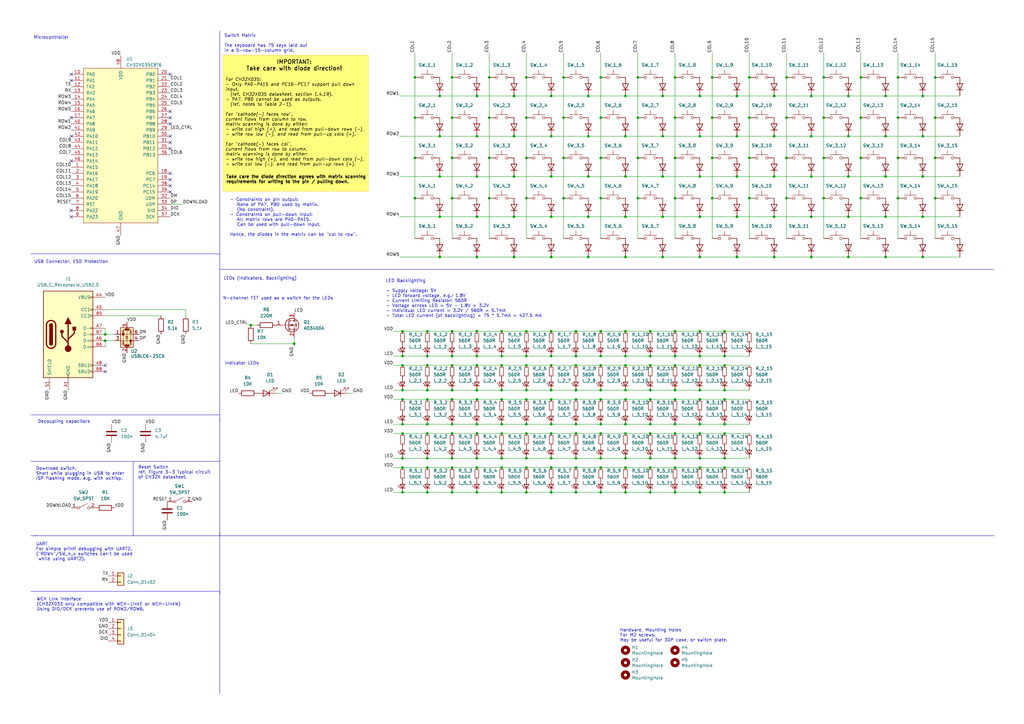
<source format=kicad_sch>
(kicad_sch (version 20250114) (generator "eeschema") (generator_version "9.0")
  (paper "A3")
  (title_block (title "CH32X-75") (date "2025-02-03") (rev "rev2025.1") (company "Richard Goulter (rgoulter)") (comment 1 "75-key on 5x15 matrix.") (comment 2 "Simple 5x15 ortholinear keyboard using CH32X MCU.") (comment 3 "Project: https://github.com/rgoulter/keyboard-labs"))
  (text "Microcontroller" (at 13.716 15.494 0) (effects (font (size 1.27 1.27)) (justify left)))
  (text "USB Connector, ESD Protection" (at 13.97 108.204 0) (effects (font (size 1.27 1.27)) (justify left bottom)))
  (text "LEDs (Indicators, Backlighting)" (at 91.694 113.538 0) (effects (font (size 1.27 1.27)) (justify left top)))
  (text "Reset Switch\nref. Figure 3-3 Typical circuit\nof CH32X datasheet." (at 56.642 196.596 0) (effects (font (size 1.27 1.27)) (justify left bottom)))
  (text "WCH Link interface\n(CH32X033 only compatible with WCH-LinkE or WCH-LinkW)\nUsing DIO/DCK prevents use of ROW2/ROW6." (at 14.986 250.698 0) (effects (font (size 1.27 1.27)) (justify left bottom)))
  (text "Download switch.\nShort while plugging in USB to enter\nISP flashing mode. e.g. with wchisp." (at 14.732 197.104 0) (effects (font (size 1.27 1.27)) (justify left bottom)))
  (text "Decoupling capacitors" (at 15.494 173.736 0) (effects (font (size 1.27 1.27)) (justify left bottom)))
  (text "LED Backlighting\n\n- Supply voltage: 5V\n- LED forward voltage, e.g.: 1.8V\n- Current Limiting Resistor: 560R\n- Voltage across LED = 5V - 1.8V = 3.2V\n- Individual LED current = 3.2V / 560R = 5.7mA\n- Total LED current (of backlighting) = 75 * 5.7mA = 427.5 mA" (at 158.242 114.554 0) (effects (font (size 1.27 1.27)) (justify left top)))
  (text "- Constraints on pin output:\n   None of PA7, PB0 used by matrix.\n   (No constraint).\n- Constraints on pull-down input:\n   All matrix rows are PA0-PA15.\n   Can be used with pull-down input.\n\nHence, the diodes in the matrix can be \"col to row\". " (at 94.234 81.28 0) (effects (font (size 1.27 1.27)) (justify left top)))
  (text "IMPORTANT:\nTake care with diode direction!" (at 120.65 26.924 0) (effects (font (size 1.651 1.651) (thickness 0.254) (bold yes))))
  (text "Switch Matrix\n\nThe keyboard has 75 keys laid out\nin a 5-row-15-column grid." (at 91.948 13.97 0) (effects (font (size 1.27 1.27)) (justify left top)))
  (text "UART\nFor simple printf debugging with UART2.\n(\"ROW4\"/SW_4_x switches can't be used\n while using UART2)." (at 14.732 230.124 0) (effects (font (size 1.27 1.27)) (justify left bottom)))
  (text "Indicator LEDs" (at 92.202 148.336 0) (effects (font (size 1.27 1.27)) (justify left top)))
  (text "Hardware, Mounting Holes\nFor M2 screws.\nMay be useful for 3DP case, or switch plate." (at 254.254 263.398 0) (effects (font (size 1.27 1.27)) (justify left bottom)))
  (text "N-channel FET used as a switch for the LEDs" (at 91.44 121.666 0) (effects (font (size 1.27 1.27)) (justify left top)))
  (text "Take care the diode direction agrees with matrix scanning\nrequirements for writing to the pin / pulling down." (at 92.71 73.66 0) (effects (font (size 1.27 1.27) (thickness 0.254) (bold yes)) (justify left)))
  (text_box "\n\n\n\nFor CH32X035:\n- Only PA0-PA15 and PC16-PC17 support pull down input.\n  (ref. CH32X035 datasheet, section 1.4.19).\n- PA7, PB0 cannot be used as outputs.\n  (ref. notes to Table 2-1).\n\nFor \"cathode(-) faces row\",\ncurrent flows from column to row,\nmatrix scanning is done by either:\n- write col high (+), and read from pull-down rows (-),\n- write row low (-), and read from pull-up cols (+).\n\nFor \"cathode(-) faces col\",\ncurrent flows from row to column,\nmatrix scanning is done by either:\n- write row high (+), and read from pull-down cols (-),\n- write col low (-), and read from pull-up rows (+)." (at 91.44 22.606 0) (size 59.69 55.88) (margins 0.9652 0.9652 0.9652 0.9652) (stroke (width 0.0254) (color 255 153 0 1)) (fill (type color) (color 255 255 0 0.51)) (effects (font (size 1.27 1.27) (italic yes)) (justify left top)))
  (junction (at 43.18 137.16))
  (junction (at 317.5 88.9))
  (junction (at 332.74 88.9))
  (junction (at 231.14 81.28))
  (junction (at 226.06 201.93))
  (junction (at 347.98 105.41))
  (junction (at 297.18 187.96))
  (junction (at 246.38 173.99))
  (junction (at 215.9 31.75))
  (junction (at 215.9 201.93))
  (junction (at 276.86 160.02))
  (junction (at 246.38 135.89))
  (junction (at 353.06 64.77))
  (junction (at 302.26 105.41))
  (junction (at 276.86 187.96))
  (junction (at 215.9 146.05))
  (junction (at 236.22 177.8))
  (junction (at 276.86 31.75))
  (junction (at 297.18 177.8))
  (junction (at 226.06 149.86))
  (junction (at 261.62 81.28))
  (junction (at 175.26 187.96))
  (junction (at 215.9 135.89))
  (junction (at 170.18 48.26))
  (junction (at 195.58 55.88))
  (junction (at 307.34 31.75))
  (junction (at 205.74 201.93))
  (junction (at 271.78 105.41))
  (junction (at 215.9 48.26))
  (junction (at 180.34 72.39))
  (junction (at 287.02 187.96))
  (junction (at 332.74 55.88))
  (junction (at 271.78 55.88))
  (junction (at 363.22 88.9))
  (junction (at 195.58 105.41))
  (junction (at 215.9 177.8))
  (junction (at 195.58 163.83))
  (junction (at 322.58 64.77))
  (junction (at 175.26 173.99))
  (junction (at 307.34 48.26))
  (junction (at 165.1 149.86))
  (junction (at 332.74 39.37))
  (junction (at 185.42 48.26))
  (junction (at 297.18 201.93))
  (junction (at 226.06 173.99))
  (junction (at 302.26 88.9))
  (junction (at 378.46 55.88))
  (junction (at 302.26 72.39))
  (junction (at 226.06 55.88))
  (junction (at 317.5 39.37))
  (junction (at 256.54 88.9))
  (junction (at 287.02 163.83))
  (junction (at 332.74 105.41))
  (junction (at 347.98 39.37))
  (junction (at 205.74 177.8))
  (junction (at 231.14 64.77))
  (junction (at 185.42 191.77))
  (junction (at 215.9 191.77))
  (junction (at 297.18 163.83))
  (junction (at 256.54 173.99))
  (junction (at 236.22 163.83))
  (junction (at 226.06 88.9))
  (junction (at 276.86 146.05))
  (junction (at 256.54 146.05))
  (junction (at 266.7 146.05))
  (junction (at 205.74 146.05))
  (junction (at 231.14 48.26))
  (junction (at 215.9 187.96))
  (junction (at 175.26 146.05))
  (junction (at 226.06 39.37))
  (junction (at 165.1 177.8))
  (junction (at 256.54 177.8))
  (junction (at 195.58 88.9))
  (junction (at 195.58 201.93))
  (junction (at 205.74 163.83))
  (junction (at 200.66 48.26))
  (junction (at 236.22 146.05))
  (junction (at 241.3 72.39))
  (junction (at 383.54 64.77))
  (junction (at 383.54 48.26))
  (junction (at 246.38 163.83))
  (junction (at 378.46 105.41))
  (junction (at 215.9 160.02))
  (junction (at 165.1 191.77))
  (junction (at 276.86 201.93))
  (junction (at 185.42 201.93))
  (junction (at 347.98 55.88))
  (junction (at 271.78 88.9))
  (junction (at 266.7 177.8))
  (junction (at 266.7 149.86))
  (junction (at 246.38 48.26))
  (junction (at 353.06 81.28))
  (junction (at 266.7 191.77))
  (junction (at 287.02 105.41))
  (junction (at 353.06 31.75))
  (junction (at 266.7 160.02))
  (junction (at 256.54 160.02))
  (junction (at 292.1 48.26))
  (junction (at 246.38 149.86))
  (junction (at 226.06 163.83))
  (junction (at 165.1 187.96))
  (junction (at 297.18 173.99))
  (junction (at 200.66 31.75))
  (junction (at 170.18 31.75))
  (junction (at 215.9 173.99))
  (junction (at 226.06 135.89))
  (junction (at 195.58 187.96))
  (junction (at 297.18 135.89))
  (junction (at 210.82 88.9))
  (junction (at 175.26 163.83))
  (junction (at 363.22 55.88))
  (junction (at 175.26 135.89))
  (junction (at 266.7 201.93))
  (junction (at 322.58 31.75))
  (junction (at 266.7 163.83))
  (junction (at 175.26 177.8))
  (junction (at 297.18 146.05))
  (junction (at 205.74 160.02))
  (junction (at 215.9 64.77))
  (junction (at 307.34 64.77))
  (junction (at 246.38 187.96))
  (junction (at 261.62 48.26))
  (junction (at 215.9 149.86))
  (junction (at 287.02 201.93))
  (junction (at 256.54 55.88))
  (junction (at 195.58 173.99))
  (junction (at 226.06 187.96))
  (junction (at 307.34 81.28))
  (junction (at 287.02 88.9))
  (junction (at 347.98 72.39))
  (junction (at 195.58 135.89))
  (junction (at 195.58 160.02))
  (junction (at 200.66 64.77))
  (junction (at 302.26 39.37))
  (junction (at 185.42 81.28))
  (junction (at 175.26 149.86))
  (junction (at 256.54 163.83))
  (junction (at 276.86 191.77))
  (junction (at 266.7 173.99))
  (junction (at 226.06 191.77))
  (junction (at 302.26 55.88))
  (junction (at 378.46 72.39))
  (junction (at 256.54 149.86))
  (junction (at 271.78 72.39))
  (junction (at 256.54 201.93))
  (junction (at 205.74 187.96))
  (junction (at 317.5 105.41))
  (junction (at 347.98 88.9))
  (junction (at 276.86 135.89))
  (junction (at 226.06 177.8))
  (junction (at 185.42 187.96))
  (junction (at 287.02 72.39))
  (junction (at 241.3 88.9))
  (junction (at 165.1 135.89))
  (junction (at 236.22 149.86))
  (junction (at 165.1 163.83))
  (junction (at 256.54 39.37))
  (junction (at 317.5 72.39))
  (junction (at 241.3 39.37))
  (junction (at 185.42 163.83))
  (junction (at 256.54 187.96))
  (junction (at 368.3 64.77))
  (junction (at 236.22 135.89))
  (junction (at 256.54 191.77))
  (junction (at 236.22 191.77))
  (junction (at 337.82 81.28))
  (junction (at 185.42 177.8))
  (junction (at 276.86 48.26))
  (junction (at 43.18 139.7))
  (junction (at 170.18 64.77))
  (junction (at 241.3 55.88))
  (junction (at 236.22 160.02))
  (junction (at 246.38 64.77))
  (junction (at 120.65 140.97))
  (junction (at 210.82 55.88))
  (junction (at 195.58 149.86))
  (junction (at 322.58 81.28))
  (junction (at 292.1 64.77))
  (junction (at 261.62 31.75))
  (junction (at 276.86 173.99))
  (junction (at 205.74 149.86))
  (junction (at 180.34 55.88))
  (junction (at 210.82 105.41))
  (junction (at 236.22 187.96))
  (junction (at 195.58 39.37))
  (junction (at 210.82 72.39))
  (junction (at 332.74 72.39))
  (junction (at 363.22 39.37))
  (junction (at 195.58 72.39))
  (junction (at 195.58 191.77))
  (junction (at 266.7 187.96))
  (junction (at 165.1 146.05))
  (junction (at 287.02 160.02))
  (junction (at 236.22 201.93))
  (junction (at 297.18 160.02))
  (junction (at 246.38 146.05))
  (junction (at 256.54 72.39))
  (junction (at 175.26 160.02))
  (junction (at 165.1 201.93))
  (junction (at 287.02 135.89))
  (junction (at 170.18 81.28))
  (junction (at 246.38 191.77))
  (junction (at 185.42 149.86))
  (junction (at 287.02 146.05))
  (junction (at 185.42 146.05))
  (junction (at 175.26 201.93))
  (junction (at 368.3 48.26))
  (junction (at 165.1 160.02))
  (junction (at 185.42 31.75))
  (junction (at 383.54 81.28))
  (junction (at 226.06 72.39))
  (junction (at 322.58 48.26))
  (junction (at 200.66 81.28))
  (junction (at 337.82 48.26))
  (junction (at 231.14 31.75))
  (junction (at 246.38 177.8))
  (junction (at 195.58 146.05))
  (junction (at 317.5 55.88))
  (junction (at 256.54 135.89))
  (junction (at 353.06 48.26))
  (junction (at 246.38 31.75))
  (junction (at 256.54 105.41))
  (junction (at 276.86 81.28))
  (junction (at 185.42 173.99))
  (junction (at 205.74 191.77))
  (junction (at 368.3 81.28))
  (junction (at 266.7 135.89))
  (junction (at 287.02 39.37))
  (junction (at 287.02 149.86))
  (junction (at 205.74 173.99))
  (junction (at 102.87 133.35))
  (junction (at 185.42 135.89))
  (junction (at 226.06 160.02))
  (junction (at 337.82 64.77))
  (junction (at 215.9 163.83))
  (junction (at 363.22 105.41))
  (junction (at 185.42 64.77))
  (junction (at 287.02 177.8))
  (junction (at 368.3 31.75))
  (junction (at 246.38 81.28))
  (junction (at 292.1 81.28))
  (junction (at 287.02 55.88))
  (junction (at 226.06 146.05))
  (junction (at 185.42 160.02))
  (junction (at 383.54 31.75))
  (junction (at 292.1 31.75))
  (junction (at 205.74 135.89))
  (junction (at 226.06 105.41))
  (junction (at 363.22 72.39))
  (junction (at 165.1 173.99))
  (junction (at 195.58 177.8))
  (junction (at 337.82 31.75))
  (junction (at 180.34 105.41))
  (junction (at 261.62 64.77))
  (junction (at 276.86 163.83))
  (junction (at 287.02 173.99))
  (junction (at 378.46 39.37))
  (junction (at 276.86 177.8))
  (junction (at 246.38 160.02))
  (junction (at 236.22 173.99))
  (junction (at 215.9 81.28))
  (junction (at 180.34 88.9))
  (junction (at 276.86 64.77))
  (junction (at 175.26 191.77))
  (junction (at 246.38 201.93))
  (junction (at 180.34 39.37))
  (junction (at 297.18 191.77))
  (junction (at 276.86 149.86))
  (junction (at 210.82 39.37))
  (junction (at 297.18 149.86))
  (junction (at 271.78 39.37))
  (junction (at 241.3 105.41))
  (junction (at 287.02 191.77))
  (junction (at 378.46 88.9))
  (no_connect (at 69.85 78.74))
  (no_connect (at 29.21 30.48))
  (no_connect (at 69.85 55.88))
  (no_connect (at 69.85 60.96))
  (no_connect (at 29.21 48.26))
  (no_connect (at 69.85 71.12))
  (no_connect (at 69.85 30.48))
  (no_connect (at 69.85 73.66))
  (no_connect (at 29.21 86.36))
  (no_connect (at 69.85 50.8))
  (no_connect (at 69.85 58.42))
  (no_connect (at 29.21 55.88))
  (no_connect (at 69.85 45.72))
  (no_connect (at 43.18 149.86))
  (no_connect (at 43.18 152.4))
  (no_connect (at 69.85 48.26))
  (no_connect (at 29.21 66.04))
  (no_connect (at 29.21 88.9))
  (no_connect (at 29.21 33.02))
  (no_connect (at 69.85 76.2))
  (wire (pts (xy 261.62 48.26) (xy 261.62 64.77)))
  (wire (pts (xy 120.65 140.97) (xy 120.65 142.24)))
  (wire (pts (xy 215.9 201.93) (xy 226.06 201.93)))
  (wire (pts (xy 297.18 149.86) (xy 307.34 149.86)))
  (wire (pts (xy 297.18 177.8) (xy 307.34 177.8)))
  (wire (pts (xy 43.18 139.7) (xy 46.99 139.7)))
  (polyline (pts (xy 12.7 170.18) (xy 90.17 170.18)))
  (wire (pts (xy 287.02 201.93) (xy 297.18 201.93)))
  (wire (pts (xy 161.29 177.8) (xy 165.1 177.8)))
  (wire (pts (xy 383.54 31.75) (xy 383.54 48.26)))
  (wire (pts (xy 195.58 149.86) (xy 205.74 149.86)))
  (wire (pts (xy 378.46 105.41) (xy 393.7 105.41)))
  (wire (pts (xy 241.3 105.41) (xy 256.54 105.41)))
  (wire (pts (xy 256.54 146.05) (xy 266.7 146.05)))
  (wire (pts (xy 241.3 88.9) (xy 256.54 88.9)))
  (wire (pts (xy 236.22 173.99) (xy 246.38 173.99)))
  (wire (pts (xy 302.26 39.37) (xy 317.5 39.37)))
  (wire (pts (xy 276.86 173.99) (xy 287.02 173.99)))
  (polyline (pts (xy 90.17 242.57) (xy 90.17 243.84)))
  (wire (pts (xy 231.14 64.77) (xy 231.14 81.28)))
  (wire (pts (xy 276.86 163.83) (xy 287.02 163.83)))
  (wire (pts (xy 161.29 149.86) (xy 165.1 149.86)))
  (wire (pts (xy 241.3 72.39) (xy 256.54 72.39)))
  (wire (pts (xy 246.38 48.26) (xy 246.38 64.77)))
  (wire (pts (xy 175.26 177.8) (xy 185.42 177.8)))
  (wire (pts (xy 226.06 146.05) (xy 236.22 146.05)))
  (wire (pts (xy 226.06 177.8) (xy 236.22 177.8)))
  (wire (pts (xy 180.34 72.39) (xy 195.58 72.39)))
  (wire (pts (xy 246.38 31.75) (xy 246.38 48.26)))
  (wire (pts (xy 347.98 88.9) (xy 363.22 88.9)))
  (wire (pts (xy 231.14 81.28) (xy 231.14 97.79)))
  (wire (pts (xy 161.29 201.93) (xy 165.1 201.93)))
  (wire (pts (xy 185.42 21.59) (xy 185.42 31.75)))
  (wire (pts (xy 161.29 191.77) (xy 165.1 191.77)))
  (wire (pts (xy 185.42 149.86) (xy 195.58 149.86)))
  (polyline (pts (xy 90.17 219.71) (xy 407.67 219.71)))
  (wire (pts (xy 353.06 31.75) (xy 353.06 48.26)))
  (wire (pts (xy 337.82 21.59) (xy 337.82 31.75)))
  (wire (pts (xy 205.74 191.77) (xy 215.9 191.77)))
  (wire (pts (xy 368.3 81.28) (xy 368.3 97.79)))
  (wire (pts (xy 246.38 160.02) (xy 256.54 160.02)))
  (wire (pts (xy 246.38 21.59) (xy 246.38 31.75)))
  (polyline (pts (xy 90.17 110.49) (xy 407.67 110.49)))
  (wire (pts (xy 266.7 163.83) (xy 276.86 163.83)))
  (wire (pts (xy 236.22 201.93) (xy 246.38 201.93)))
  (wire (pts (xy 226.06 149.86) (xy 236.22 149.86)))
  (polyline (pts (xy 90.17 172.72) (xy 90.17 171.45)))
  (wire (pts (xy 236.22 146.05) (xy 246.38 146.05)))
  (wire (pts (xy 322.58 81.28) (xy 322.58 97.79)))
  (wire (pts (xy 271.78 88.9) (xy 287.02 88.9)))
  (wire (pts (xy 317.5 88.9) (xy 332.74 88.9)))
  (wire (pts (xy 266.7 187.96) (xy 276.86 187.96)))
  (wire (pts (xy 266.7 173.99) (xy 276.86 173.99)))
  (wire (pts (xy 287.02 163.83) (xy 297.18 163.83)))
  (wire (pts (xy 175.26 149.86) (xy 185.42 149.86)))
  (wire (pts (xy 332.74 105.41) (xy 347.98 105.41)))
  (wire (pts (xy 226.06 39.37) (xy 241.3 39.37)))
  (wire (pts (xy 236.22 163.83) (xy 246.38 163.83)))
  (wire (pts (xy 276.86 149.86) (xy 287.02 149.86)))
  (wire (pts (xy 161.29 135.89) (xy 165.1 135.89)))
  (wire (pts (xy 287.02 88.9) (xy 302.26 88.9)))
  (wire (pts (xy 297.18 173.99) (xy 307.34 173.99)))
  (wire (pts (xy 185.42 163.83) (xy 195.58 163.83)))
  (wire (pts (xy 292.1 48.26) (xy 292.1 64.77)))
  (polyline (pts (xy 54.61 189.23) (xy 54.61 219.71)))
  (wire (pts (xy 215.9 48.26) (xy 215.9 64.77)))
  (wire (pts (xy 363.22 72.39) (xy 378.46 72.39)))
  (wire (pts (xy 241.3 39.37) (xy 256.54 39.37)))
  (wire (pts (xy 368.3 31.75) (xy 368.3 48.26)))
  (wire (pts (xy 337.82 31.75) (xy 337.82 48.26)))
  (polyline (pts (xy 12.7 242.57) (xy 90.17 242.57)))
  (wire (pts (xy 292.1 64.77) (xy 292.1 81.28)))
  (wire (pts (xy 378.46 39.37) (xy 393.7 39.37)))
  (wire (pts (xy 347.98 55.88) (xy 363.22 55.88)))
  (wire (pts (xy 266.7 149.86) (xy 276.86 149.86)))
  (wire (pts (xy 246.38 149.86) (xy 256.54 149.86)))
  (wire (pts (xy 215.9 31.75) (xy 215.9 48.26)))
  (wire (pts (xy 215.9 64.77) (xy 215.9 81.28)))
  (wire (pts (xy 226.06 201.93) (xy 236.22 201.93)))
  (wire (pts (xy 200.66 64.77) (xy 200.66 81.28)))
  (wire (pts (xy 215.9 177.8) (xy 226.06 177.8)))
  (wire (pts (xy 347.98 105.41) (xy 363.22 105.41)))
  (wire (pts (xy 215.9 81.28) (xy 215.9 97.79)))
  (wire (pts (xy 205.74 163.83) (xy 215.9 163.83)))
  (wire (pts (xy 161.29 163.83) (xy 165.1 163.83)))
  (wire (pts (xy 287.02 173.99) (xy 297.18 173.99)))
  (polyline (pts (xy 12.7 104.14) (xy 90.17 104.14)))
  (wire (pts (xy 226.06 160.02) (xy 236.22 160.02)))
  (wire (pts (xy 185.42 177.8) (xy 195.58 177.8)))
  (wire (pts (xy 276.86 21.59) (xy 276.86 31.75)))
  (wire (pts (xy 256.54 160.02) (xy 266.7 160.02)))
  (wire (pts (xy 113.03 161.29) (xy 115.57 161.29)))
  (wire (pts (xy 287.02 55.88) (xy 302.26 55.88)))
  (wire (pts (xy 180.34 55.88) (xy 195.58 55.88)))
  (wire (pts (xy 307.34 21.59) (xy 307.34 31.75)))
  (wire (pts (xy 185.42 64.77) (xy 185.42 81.28)))
  (wire (pts (xy 256.54 177.8) (xy 266.7 177.8)))
  (wire (pts (xy 195.58 88.9) (xy 210.82 88.9)))
  (wire (pts (xy 287.02 39.37) (xy 302.26 39.37)))
  (wire (pts (xy 276.86 191.77) (xy 287.02 191.77)))
  (wire (pts (xy 368.3 64.77) (xy 368.3 81.28)))
  (wire (pts (xy 226.06 135.89) (xy 236.22 135.89)))
  (wire (pts (xy 43.18 139.7) (xy 43.18 142.24)))
  (wire (pts (xy 205.74 135.89) (xy 215.9 135.89)))
  (wire (pts (xy 163.83 55.88) (xy 180.34 55.88)))
  (wire (pts (xy 226.06 191.77) (xy 236.22 191.77)))
  (polyline (pts (xy 13.97 219.71) (xy 90.17 219.71)))
  (wire (pts (xy 368.3 48.26) (xy 368.3 64.77)))
  (wire (pts (xy 175.26 135.89) (xy 185.42 135.89)))
  (wire (pts (xy 297.18 135.89) (xy 307.34 135.89)))
  (wire (pts (xy 297.18 201.93) (xy 307.34 201.93)))
  (wire (pts (xy 276.86 135.89) (xy 287.02 135.89)))
  (wire (pts (xy 347.98 72.39) (xy 363.22 72.39)))
  (wire (pts (xy 215.9 21.59) (xy 215.9 31.75)))
  (wire (pts (xy 180.34 88.9) (xy 195.58 88.9)))
  (wire (pts (xy 287.02 149.86) (xy 297.18 149.86)))
  (wire (pts (xy 256.54 187.96) (xy 266.7 187.96)))
  (wire (pts (xy 337.82 81.28) (xy 337.82 97.79)))
  (wire (pts (xy 246.38 177.8) (xy 256.54 177.8)))
  (wire (pts (xy 261.62 64.77) (xy 261.62 81.28)))
  (wire (pts (xy 236.22 177.8) (xy 246.38 177.8)))
  (wire (pts (xy 368.3 21.59) (xy 368.3 31.75)))
  (wire (pts (xy 276.86 201.93) (xy 287.02 201.93)))
  (wire (pts (xy 256.54 105.41) (xy 271.78 105.41)))
  (wire (pts (xy 256.54 135.89) (xy 266.7 135.89)))
  (wire (pts (xy 195.58 72.39) (xy 210.82 72.39)))
  (wire (pts (xy 215.9 173.99) (xy 226.06 173.99)))
  (wire (pts (xy 378.46 72.39) (xy 393.7 72.39)))
  (wire (pts (xy 120.65 138.43) (xy 120.65 140.97)))
  (wire (pts (xy 170.18 48.26) (xy 170.18 64.77)))
  (wire (pts (xy 302.26 55.88) (xy 317.5 55.88)))
  (wire (pts (xy 163.83 72.39) (xy 180.34 72.39)))
  (wire (pts (xy 266.7 201.93) (xy 276.86 201.93)))
  (wire (pts (xy 287.02 146.05) (xy 297.18 146.05)))
  (wire (pts (xy 43.18 137.16) (xy 46.99 137.16)))
  (wire (pts (xy 266.7 160.02) (xy 276.86 160.02)))
  (wire (pts (xy 302.26 72.39) (xy 317.5 72.39)))
  (polyline (pts (xy 90.17 12.7) (xy 90.17 284.48)))
  (wire (pts (xy 276.86 177.8) (xy 287.02 177.8)))
  (wire (pts (xy 302.26 105.41) (xy 317.5 105.41)))
  (wire (pts (xy 307.34 48.26) (xy 307.34 64.77)))
  (wire (pts (xy 43.18 129.54) (xy 66.04 129.54)))
  (wire (pts (xy 195.58 177.8) (xy 205.74 177.8)))
  (wire (pts (xy 210.82 39.37) (xy 226.06 39.37)))
  (wire (pts (xy 175.26 146.05) (xy 185.42 146.05)))
  (wire (pts (xy 195.58 187.96) (xy 205.74 187.96)))
  (wire (pts (xy 261.62 81.28) (xy 261.62 97.79)))
  (wire (pts (xy 287.02 160.02) (xy 297.18 160.02)))
  (wire (pts (xy 332.74 39.37) (xy 347.98 39.37)))
  (wire (pts (xy 195.58 191.77) (xy 205.74 191.77)))
  (wire (pts (xy 185.42 48.26) (xy 185.42 64.77)))
  (wire (pts (xy 185.42 81.28) (xy 185.42 97.79)))
  (wire (pts (xy 256.54 72.39) (xy 271.78 72.39)))
  (wire (pts (xy 256.54 149.86) (xy 266.7 149.86)))
  (wire (pts (xy 383.54 48.26) (xy 383.54 64.77)))
  (wire (pts (xy 205.74 173.99) (xy 215.9 173.99)))
  (wire (pts (xy 226.06 55.88) (xy 241.3 55.88)))
  (wire (pts (xy 226.06 163.83) (xy 236.22 163.83)))
  (wire (pts (xy 205.74 201.93) (xy 215.9 201.93)))
  (wire (pts (xy 43.18 127) (xy 76.2 127)))
  (wire (pts (xy 378.46 88.9) (xy 393.7 88.9)))
  (wire (pts (xy 195.58 163.83) (xy 205.74 163.83)))
  (wire (pts (xy 175.26 201.93) (xy 185.42 201.93)))
  (wire (pts (xy 170.18 64.77) (xy 170.18 81.28)))
  (wire (pts (xy 165.1 201.93) (xy 175.26 201.93)))
  (wire (pts (xy 195.58 173.99) (xy 205.74 173.99)))
  (wire (pts (xy 175.26 163.83) (xy 185.42 163.83)))
  (wire (pts (xy 322.58 64.77) (xy 322.58 81.28)))
  (wire (pts (xy 292.1 31.75) (xy 292.1 48.26)))
  (wire (pts (xy 226.06 173.99) (xy 236.22 173.99)))
  (wire (pts (xy 347.98 39.37) (xy 363.22 39.37)))
  (wire (pts (xy 236.22 135.89) (xy 246.38 135.89)))
  (wire (pts (xy 317.5 39.37) (xy 332.74 39.37)))
  (wire (pts (xy 256.54 201.93) (xy 266.7 201.93)))
  (wire (pts (xy 271.78 39.37) (xy 287.02 39.37)))
  (wire (pts (xy 383.54 21.59) (xy 383.54 31.75)))
  (wire (pts (xy 200.66 81.28) (xy 200.66 97.79)))
  (wire (pts (xy 261.62 21.59) (xy 261.62 31.75)))
  (wire (pts (xy 102.87 133.35) (xy 105.41 133.35)))
  (wire (pts (xy 256.54 173.99) (xy 266.7 173.99)))
  (wire (pts (xy 256.54 88.9) (xy 271.78 88.9)))
  (wire (pts (xy 185.42 146.05) (xy 195.58 146.05)))
  (wire (pts (xy 383.54 64.77) (xy 383.54 81.28)))
  (wire (pts (xy 231.14 21.59) (xy 231.14 31.75)))
  (wire (pts (xy 195.58 39.37) (xy 210.82 39.37)))
  (wire (pts (xy 292.1 21.59) (xy 292.1 31.75)))
  (wire (pts (xy 185.42 187.96) (xy 195.58 187.96)))
  (wire (pts (xy 276.86 81.28) (xy 276.86 97.79)))
  (wire (pts (xy 297.18 160.02) (xy 307.34 160.02)))
  (wire (pts (xy 292.1 81.28) (xy 292.1 97.79)))
  (wire (pts (xy 200.66 21.59) (xy 200.66 31.75)))
  (wire (pts (xy 246.38 146.05) (xy 256.54 146.05)))
  (wire (pts (xy 276.86 146.05) (xy 287.02 146.05)))
  (wire (pts (xy 297.18 191.77) (xy 307.34 191.77)))
  (wire (pts (xy 363.22 105.41) (xy 378.46 105.41)))
  (wire (pts (xy 76.2 129.54) (xy 76.2 127)))
  (wire (pts (xy 322.58 21.59) (xy 322.58 31.75)))
  (wire (pts (xy 210.82 88.9) (xy 226.06 88.9)))
  (wire (pts (xy 256.54 55.88) (xy 271.78 55.88)))
  (wire (pts (xy 287.02 135.89) (xy 297.18 135.89)))
  (wire (pts (xy 142.24 161.29) (xy 144.78 161.29)))
  (wire (pts (xy 256.54 191.77) (xy 266.7 191.77)))
  (wire (pts (xy 165.1 160.02) (xy 175.26 160.02)))
  (wire (pts (xy 256.54 163.83) (xy 266.7 163.83)))
  (wire (pts (xy 215.9 163.83) (xy 226.06 163.83)))
  (wire (pts (xy 175.26 160.02) (xy 185.42 160.02)))
  (wire (pts (xy 236.22 160.02) (xy 246.38 160.02)))
  (wire (pts (xy 383.54 81.28) (xy 383.54 97.79)))
  (wire (pts (xy 161.29 187.96) (xy 165.1 187.96)))
  (wire (pts (xy 200.66 48.26) (xy 200.66 64.77)))
  (wire (pts (xy 101.6 133.35) (xy 102.87 133.35)))
  (wire (pts (xy 246.38 64.77) (xy 246.38 81.28)))
  (wire (pts (xy 261.62 31.75) (xy 261.62 48.26)))
  (wire (pts (xy 195.58 135.89) (xy 205.74 135.89)))
  (wire (pts (xy 226.06 72.39) (xy 241.3 72.39)))
  (wire (pts (xy 302.26 88.9) (xy 317.5 88.9)))
  (wire (pts (xy 353.06 48.26) (xy 353.06 64.77)))
  (wire (pts (xy 185.42 201.93) (xy 195.58 201.93)))
  (wire (pts (xy 266.7 177.8) (xy 276.86 177.8)))
  (wire (pts (xy 205.74 177.8) (xy 215.9 177.8)))
  (wire (pts (xy 287.02 187.96) (xy 297.18 187.96)))
  (wire (pts (xy 165.1 135.89) (xy 175.26 135.89)))
  (polyline (pts (xy 12.7 189.23) (xy 90.17 189.23)))
  (wire (pts (xy 307.34 31.75) (xy 307.34 48.26)))
  (wire (pts (xy 165.1 173.99) (xy 175.26 173.99)))
  (wire (pts (xy 175.26 173.99) (xy 185.42 173.99)))
  (wire (pts (xy 226.06 187.96) (xy 236.22 187.96)))
  (wire (pts (xy 226.06 88.9) (xy 241.3 88.9)))
  (wire (pts (xy 215.9 160.02) (xy 226.06 160.02)))
  (wire (pts (xy 271.78 105.41) (xy 287.02 105.41)))
  (wire (pts (xy 297.18 146.05) (xy 307.34 146.05)))
  (wire (pts (xy 317.5 72.39) (xy 332.74 72.39)))
  (wire (pts (xy 246.38 191.77) (xy 256.54 191.77)))
  (wire (pts (xy 165.1 163.83) (xy 175.26 163.83)))
  (wire (pts (xy 210.82 55.88) (xy 226.06 55.88)))
  (wire (pts (xy 287.02 177.8) (xy 297.18 177.8)))
  (wire (pts (xy 276.86 48.26) (xy 276.86 64.77)))
  (wire (pts (xy 297.18 187.96) (xy 307.34 187.96)))
  (wire (pts (xy 180.34 39.37) (xy 195.58 39.37)))
  (wire (pts (xy 246.38 163.83) (xy 256.54 163.83)))
  (wire (pts (xy 353.06 81.28) (xy 353.06 97.79)))
  (wire (pts (xy 271.78 72.39) (xy 287.02 72.39)))
  (wire (pts (xy 205.74 187.96) (xy 215.9 187.96)))
  (wire (pts (xy 287.02 72.39) (xy 302.26 72.39)))
  (wire (pts (xy 215.9 146.05) (xy 226.06 146.05)))
  (wire (pts (xy 353.06 21.59) (xy 353.06 31.75)))
  (wire (pts (xy 165.1 146.05) (xy 175.26 146.05)))
  (wire (pts (xy 205.74 149.86) (xy 215.9 149.86)))
  (wire (pts (xy 205.74 146.05) (xy 215.9 146.05)))
  (wire (pts (xy 43.18 134.62) (xy 43.18 137.16)))
  (wire (pts (xy 163.83 88.9) (xy 180.34 88.9)))
  (wire (pts (xy 165.1 191.77) (xy 175.26 191.77)))
  (wire (pts (xy 102.87 140.97) (xy 120.65 140.97)))
  (wire (pts (xy 165.1 177.8) (xy 175.26 177.8)))
  (wire (pts (xy 185.42 160.02) (xy 195.58 160.02)))
  (wire (pts (xy 271.78 55.88) (xy 287.02 55.88)))
  (wire (pts (xy 185.42 191.77) (xy 195.58 191.77)))
  (wire (pts (xy 236.22 187.96) (xy 246.38 187.96)))
  (wire (pts (xy 322.58 48.26) (xy 322.58 64.77)))
  (wire (pts (xy 195.58 55.88) (xy 210.82 55.88)))
  (wire (pts (xy 69.85 83.82) (xy 74.93 83.82)))
  (wire (pts (xy 266.7 191.77) (xy 276.86 191.77)))
  (wire (pts (xy 307.34 64.77) (xy 307.34 81.28)))
  (wire (pts (xy 215.9 187.96) (xy 226.06 187.96)))
  (wire (pts (xy 266.7 146.05) (xy 276.86 146.05)))
  (wire (pts (xy 246.38 201.93) (xy 256.54 201.93)))
  (wire (pts (xy 241.3 55.88) (xy 256.54 55.88)))
  (wire (pts (xy 363.22 39.37) (xy 378.46 39.37)))
  (wire (pts (xy 226.06 105.41) (xy 241.3 105.41)))
  (wire (pts (xy 297.18 163.83) (xy 307.34 163.83)))
  (wire (pts (xy 337.82 64.77) (xy 337.82 81.28)))
  (wire (pts (xy 307.34 81.28) (xy 307.34 97.79)))
  (wire (pts (xy 378.46 55.88) (xy 393.7 55.88)))
  (polyline (pts (xy 12.7 219.71) (xy 15.24 219.71)))
  (wire (pts (xy 180.34 105.41) (xy 195.58 105.41)))
  (wire (pts (xy 256.54 39.37) (xy 271.78 39.37)))
  (wire (pts (xy 287.02 191.77) (xy 297.18 191.77)))
  (wire (pts (xy 163.83 39.37) (xy 180.34 39.37)))
  (wire (pts (xy 332.74 55.88) (xy 347.98 55.88)))
  (wire (pts (xy 185.42 173.99) (xy 195.58 173.99)))
  (wire (pts (xy 246.38 81.28) (xy 246.38 97.79)))
  (wire (pts (xy 161.29 173.99) (xy 165.1 173.99)))
  (wire (pts (xy 363.22 88.9) (xy 378.46 88.9)))
  (wire (pts (xy 266.7 135.89) (xy 276.86 135.89)))
  (wire (pts (xy 276.86 31.75) (xy 276.86 48.26)))
  (wire (pts (xy 276.86 64.77) (xy 276.86 81.28)))
  (wire (pts (xy 210.82 72.39) (xy 226.06 72.39)))
  (wire (pts (xy 195.58 105.41) (xy 210.82 105.41)))
  (wire (pts (xy 246.38 187.96) (xy 256.54 187.96)))
  (wire (pts (xy 246.38 135.89) (xy 256.54 135.89)))
  (wire (pts (xy 175.26 187.96) (xy 185.42 187.96)))
  (wire (pts (xy 332.74 72.39) (xy 347.98 72.39)))
  (wire (pts (xy 246.38 173.99) (xy 256.54 173.99)))
  (wire (pts (xy 317.5 105.41) (xy 332.74 105.41)))
  (wire (pts (xy 185.42 135.89) (xy 195.58 135.89)))
  (wire (pts (xy 161.29 146.05) (xy 165.1 146.05)))
  (wire (pts (xy 165.1 149.86) (xy 175.26 149.86)))
  (wire (pts (xy 185.42 31.75) (xy 185.42 48.26)))
  (wire (pts (xy 195.58 146.05) (xy 205.74 146.05)))
  (wire (pts (xy 170.18 81.28) (xy 170.18 97.79)))
  (wire (pts (xy 317.5 55.88) (xy 332.74 55.88)))
  (wire (pts (xy 276.86 160.02) (xy 287.02 160.02)))
  (wire (pts (xy 205.74 160.02) (xy 215.9 160.02)))
  (polyline (pts (xy 90.17 219.71) (xy 90.17 218.44)))
  (wire (pts (xy 236.22 149.86) (xy 246.38 149.86)))
  (wire (pts (xy 363.22 55.88) (xy 378.46 55.88)))
  (wire (pts (xy 236.22 191.77) (xy 246.38 191.77)))
  (wire (pts (xy 337.82 48.26) (xy 337.82 64.77)))
  (wire (pts (xy 161.29 160.02) (xy 165.1 160.02)))
  (wire (pts (xy 165.1 187.96) (xy 175.26 187.96)))
  (wire (pts (xy 276.86 187.96) (xy 287.02 187.96)))
  (wire (pts (xy 170.18 31.75) (xy 170.18 48.26)))
  (wire (pts (xy 353.06 64.77) (xy 353.06 81.28)))
  (wire (pts (xy 215.9 191.77) (xy 226.06 191.77)))
  (wire (pts (xy 163.83 105.41) (xy 180.34 105.41)))
  (wire (pts (xy 332.74 88.9) (xy 347.98 88.9)))
  (wire (pts (xy 170.18 21.59) (xy 170.18 31.75)))
  (wire (pts (xy 215.9 149.86) (xy 226.06 149.86)))
  (wire (pts (xy 231.14 31.75) (xy 231.14 48.26)))
  (wire (pts (xy 231.14 48.26) (xy 231.14 64.77)))
  (wire (pts (xy 215.9 135.89) (xy 226.06 135.89)))
  (wire (pts (xy 210.82 105.41) (xy 226.06 105.41)))
  (wire (pts (xy 287.02 105.41) (xy 302.26 105.41)))
  (wire (pts (xy 200.66 31.75) (xy 200.66 48.26)))
  (wire (pts (xy 195.58 201.93) (xy 205.74 201.93)))
  (wire (pts (xy 175.26 191.77) (xy 185.42 191.77)))
  (wire (pts (xy 195.58 160.02) (xy 205.74 160.02)))
  (wire (pts (xy 322.58 31.75) (xy 322.58 48.26)))
  (label "DCK" (at 69.85 88.9 0))
  (label "VDD" (at 52.07 132.08 0))
  (label "COL4" (at 215.9 21.59 90))
  (label "ROW2" (at 163.83 55.88 180))
  (label "GND" (at 120.65 142.24 270))
  (label "DCK" (at 44.45 260.35 180))
  (label "RESET" (at 68.58 205.74 180))
  (label "TX" (at 29.21 35.56 180))
  (label "GND" (at 45.72 181.61 270))
  (label "COL15" (at 29.21 81.28 180))
  (label "COL1" (at 170.18 21.59 90))
  (label "COL9" (at 292.1 21.59 90))
  (label "RX" (at 29.21 38.1 180))
  (label "VDD" (at 45.72 173.99 0))
  (label "GND" (at 52.07 144.78 270))
  (label "COL2" (at 185.42 21.59 90))
  (label "COL5" (at 231.14 21.59 90))
  (label "RESET" (at 29.21 83.82 180))
  (label "COL6" (at 69.85 63.5 0))
  (label "COL4" (at 69.85 40.64 0))
  (label "GND" (at 20.32 160.02 270))
  (label "LED" (at 161.29 160.02 180))
  (label "GND" (at 115.57 161.29 0))
  (label "ROW4" (at 163.83 88.9 180))
  (label "VDD" (at 43.18 121.92 0))
  (label "GND" (at 44.45 257.81 180))
  (label "VDD" (at 161.29 177.8 180))
  (label "COL14" (at 368.3 21.59 90))
  (label "VDD" (at 161.29 191.77 180))
  (label "LED_CTRL" (at 101.6 133.35 180))
  (label "DIO" (at 69.85 86.36 0))
  (label "GND" (at 78.74 205.74 0))
  (label "COL10" (at 307.34 21.59 90))
  (label "DM" (at 57.15 137.16 0))
  (label "COL8" (at 276.86 21.59 90))
  (label "LED" (at 120.65 128.27 0))
  (label "ROW1" (at 163.83 39.37 180))
  (label "COL1" (at 69.85 33.02 0))
  (label "LED" (at 161.29 201.93 180))
  (label "GND" (at 68.58 213.36 270))
  (label "COL10" (at 29.21 68.58 180))
  (label "COL15" (at 383.54 21.59 90))
  (label "COL11" (at 29.21 71.12 180))
  (label "GND" (at 76.2 137.16 270))
  (label "GND" (at 59.69 181.61 270))
  (label "TX" (at 44.45 236.22 180))
  (label "COL3" (at 200.66 21.59 90))
  (label "ROW5" (at 163.83 105.41 180))
  (label "DIO" (at 44.45 262.89 180))
  (label "DP" (at 69.85 83.82 0))
  (label "ROW3" (at 29.21 40.64 180))
  (label "COL2" (at 69.85 35.56 0))
  (label "LED" (at 97.79 161.29 180))
  (label "DP" (at 57.15 139.7 0))
  (label "GND" (at 66.04 137.16 270))
  (label "ROW4" (at 29.21 43.18 180))
  (label "VDD" (at 161.29 163.83 180))
  (label "GND" (at 27.94 160.02 270))
  (label "DM" (at 69.85 81.28 0))
  (label "COL6" (at 246.38 21.59 90))
  (label "COL3" (at 69.85 38.1 0))
  (label "LED" (at 161.29 173.99 180))
  (label "LED_CTRL" (at 69.85 53.34 0))
  (label "LED" (at 161.29 187.96 180))
  (label "ROW3" (at 163.83 72.39 180))
  (label "GND" (at 49.53 96.52 270))
  (label "VDD" (at 59.69 173.99 0))
  (label "VDD" (at 161.29 149.86 180) (property "Netclass" "Power" (effects (hide yes))))
  (label "RX" (at 44.45 238.76 180))
  (label "ROW5" (at 29.21 45.72 180))
  (label "VDD" (at 127 161.29 180))
  (label "COL5" (at 69.85 43.18 0))
  (label "COL7" (at 29.21 63.5 180))
  (label "VDD" (at 161.29 135.89 180))
  (label "DOWNLOAD" (at 74.93 83.82 0))
  (label "COL7" (at 261.62 21.59 90))
  (label "COL13" (at 353.06 21.59 90))
  (label "ROW2" (at 29.21 53.34 180))
  (label "COL12" (at 337.82 21.59 90))
  (label "COL14" (at 29.21 78.74 180))
  (label "COL13" (at 29.21 76.2 180))
  (label "LED" (at 161.29 146.05 180) (property "Netclass" "Power" (effects (hide yes))))
  (label "COL8" (at 29.21 60.96 180))
  (label "COL9" (at 29.21 58.42 180))
  (label "VDD" (at 49.53 22.86 180))
  (label "VDD" (at 46.99 208.28 0))
  (label "ROW1" (at 29.21 50.8 180))
  (label "VDD" (at 44.45 255.27 180))
  (label "DOWNLOAD" (at 29.21 208.28 180))
  (label "COL11" (at 322.58 21.59 90))
  (label "COL12" (at 29.21 73.66 180))
  (label "GND" (at 144.78 161.29 0))
  (symbol (lib_id "Device:D") (at 210.82 35.56 90) (unit 1)
    (property "Reference" "D_1_3" (effects (hide yes)))
    (property "Value" "1N4148" (effects (hide yes)))
    (property "Footprint" "Diode_SMD:D_1206_3216Metric" (effects (hide yes)))
    (property "Description" "Diode (Through-hole or 0805)" (effects (hide yes)))
    (property "LCSC" "C9808" (effects (hide yes)))
  )
  (symbol (lib_id "Switch:SW_SPST") (at 73.66 205.74 0) (unit 1)
    (property "Reference" "SW1" (at 73.66 199.39 0))
    (property "Value" "SW_SPST" (at 73.66 201.93 0))
    (property "Footprint" "Connector_Wire:SolderWire-0.5sqmm_1x02_P4.6mm_D0.9mm_OD2.1mm" (effects (hide yes)))
  )
  (symbol (lib_id "Device:LED_Small") (at 297.18 157.48 90) (unit 1)
    (property "Reference" "L_2_14" (at 299.72 156.1464 90) (effects (justify right)))
    (property "Value" "LED_Small" (effects (hide yes)))
    (property "Footprint" "LED_SMD:LED_0805_2012Metric_Pad1.15x1.40mm_HandSolder" (effects (hide yes)))
    (property "Description" "Light emitting diode, small symbol" (effects (hide yes)))
  )
  (symbol (lib_id "Device:D") (at 180.34 85.09 90) (unit 1)
    (property "Reference" "D_4_1" (effects (hide yes)))
    (property "Value" "1N4148" (effects (hide yes)))
    (property "Footprint" "Diode_SMD:D_1206_3216Metric" (effects (hide yes)))
    (property "Description" "Diode (Through-hole or 0805)" (effects (hide yes)))
    (property "LCSC" "C9808" (effects (hide yes)))
  )
  (symbol (lib_id "Switch:SW_Push") (at 220.98 48.26 0) (unit 1)
    (property "Reference" "SW_2_4" (at 220.98 43.18 0))
    (property "Value" "Redragon Low Profile switches" (effects (hide yes)))
    (property "Footprint" "ProjectLocal:SW_Redragon_LowProfile_PCB_1.00u" (effects (hide yes)))
    (property "Description" "Mechanical Keyboard Switch" (effects (hide yes)))
  )
  (symbol (lib_id "Device:R") (at 101.6 161.29 90) (unit 1)
    (property "Reference" "R4" (at 101.6 154.94 90))
    (property "Value" "10K" (at 101.6 157.48 90))
    (property "Footprint" "Resistor_SMD:R_0805_2012Metric" (effects (hide yes)))
    (property "LCSC" "C17414" (effects (hide yes)))
  )
  (symbol (lib_id "Device:D") (at 287.02 52.07 90) (unit 1)
    (property "Reference" "D_2_8" (effects (hide yes)))
    (property "Value" "1N4148" (effects (hide yes)))
    (property "Footprint" "Diode_SMD:D_1206_3216Metric" (effects (hide yes)))
    (property "Description" "Diode (Through-hole or 0805)" (effects (hide yes)))
    (property "LCSC" "C9808" (effects (hide yes)))
  )
  (symbol (lib_id "Switch:SW_Push") (at 266.7 48.26 0) (unit 1)
    (property "Reference" "SW_2_7" (at 266.7 43.18 0))
    (property "Value" "Redragon Low Profile switches" (effects (hide yes)))
    (property "Footprint" "ProjectLocal:SW_Redragon_LowProfile_PCB_1.00u" (effects (hide yes)))
    (property "Description" "Mechanical Keyboard Switch" (effects (hide yes)))
  )
  (symbol (lib_id "Device:LED_Small") (at 307.34 185.42 90) (unit 1)
    (property "Reference" "L_4_15" (at 309.88 184.0864 90) (effects (justify right)))
    (property "Value" "LED_Small" (effects (hide yes)))
    (property "Footprint" "LED_SMD:LED_0805_2012Metric_Pad1.15x1.40mm_HandSolder" (effects (hide yes)))
    (property "Description" "Light emitting diode, small symbol" (effects (hide yes)))
  )
  (symbol (lib_id "Device:R") (at 102.87 137.16 180) (unit 1)
    (property "Reference" "R7" (at 105.41 135.8899 0) (effects (justify right)))
    (property "Value" "10K" (at 105.41 138.4299 0) (effects (justify right)))
    (property "Footprint" "Resistor_SMD:R_0805_2012Metric" (effects (hide yes)))
    (property "LCSC" "C17414" (effects (hide yes)))
  )
  (symbol (lib_id "Device:LED_Small") (at 195.58 199.39 90) (unit 1)
    (property "Reference" "L_5_4" (at 198.12 198.0564 90) (effects (justify right)))
    (property "Value" "LED_Small" (effects (hide yes)))
    (property "Footprint" "LED_SMD:LED_0805_2012Metric_Pad1.15x1.40mm_HandSolder" (effects (hide yes)))
    (property "Description" "Light emitting diode, small symbol" (effects (hide yes)))
  )
  (symbol (lib_id "Device:R_Small") (at 175.26 194.31 0) (unit 1)
    (property "Reference" "R_5_2" (at 177.8 193.0399 0) (effects (justify left)))
    (property "Value" "560R" (at 177.8 195.5799 0) (effects (justify left)))
    (property "Footprint" "Resistor_SMD:R_0805_2012Metric" (effects (hide yes)))
    (property "Description" "Resistor, small symbol" (effects (hide yes)))
  )
  (symbol (lib_id "Switch:SW_Push") (at 388.62 48.26 0) (unit 1)
    (property "Reference" "SW_2_15" (at 388.62 43.18 0))
    (property "Value" "Redragon Low Profile switches" (effects (hide yes)))
    (property "Footprint" "ProjectLocal:SW_Redragon_LowProfile_PCB_1.00u" (effects (hide yes)))
    (property "Description" "Mechanical Keyboard Switch" (effects (hide yes)))
  )
  (symbol (lib_id "Switch:SW_Push") (at 205.74 64.77 0) (unit 1)
    (property "Reference" "SW_3_3" (at 205.74 59.69 0))
    (property "Value" "Redragon Low Profile switches" (effects (hide yes)))
    (property "Footprint" "ProjectLocal:SW_Redragon_LowProfile_PCB_1.00u" (effects (hide yes)))
    (property "Description" "Mechanical Keyboard Switch" (effects (hide yes)))
  )
  (symbol (lib_id "Connector_Generic:Conn_01x04") (at 49.53 257.81 0) (unit 1) (in_bom no)
    (property "Reference" "J3" (at 52.07 257.8099 0) (effects (justify left)))
    (property "Value" "Conn_01x04" (at 52.07 260.3499 0) (effects (justify left)))
    (property "Footprint" "Connector_PinHeader_2.54mm:PinHeader_1x04_P2.54mm_Vertical" (effects (hide yes)))
    (property "Description" "Generic connector, single row, 01x04, script generated (kicad-library-utils/schlib/autogen/connector/)" (effects (hide yes)))
  )
  (symbol (lib_id "Device:R_Small") (at 185.42 166.37 0) (unit 1)
    (property "Reference" "R_3_3" (at 187.96 165.0999 0) (effects (justify left)))
    (property "Value" "560R" (at 187.96 167.6399 0) (effects (justify left)))
    (property "Footprint" "Resistor_SMD:R_0805_2012Metric" (effects (hide yes)))
    (property "Description" "Resistor, small symbol" (effects (hide yes)))
  )
  (symbol (lib_id "Device:R_Small") (at 246.38 180.34 0) (unit 1)
    (property "Reference" "R_4_9" (at 248.92 179.0699 0) (effects (justify left)))
    (property "Value" "560R" (at 248.92 181.6099 0) (effects (justify left)))
    (property "Footprint" "Resistor_SMD:R_0805_2012Metric" (effects (hide yes)))
    (property "Description" "Resistor, small symbol" (effects (hide yes)))
  )
  (symbol (lib_id "Device:D") (at 226.06 68.58 90) (unit 1)
    (property "Reference" "D_3_4" (effects (hide yes)))
    (property "Value" "1N4148" (effects (hide yes)))
    (property "Footprint" "Diode_SMD:D_1206_3216Metric" (effects (hide yes)))
    (property "Description" "Diode (Through-hole or 0805)" (effects (hide yes)))
    (property "LCSC" "C9808" (effects (hide yes)))
  )
  (symbol (lib_id "Device:D") (at 302.26 52.07 90) (unit 1)
    (property "Reference" "D_2_9" (effects (hide yes)))
    (property "Value" "1N4148" (effects (hide yes)))
    (property "Footprint" "Diode_SMD:D_1206_3216Metric" (effects (hide yes)))
    (property "Description" "Diode (Through-hole or 0805)" (effects (hide yes)))
    (property "LCSC" "C9808" (effects (hide yes)))
  )
  (symbol (lib_id "Device:D") (at 378.46 85.09 90) (unit 1)
    (property "Reference" "D_4_14" (effects (hide yes)))
    (property "Value" "1N4148" (effects (hide yes)))
    (property "Footprint" "Diode_SMD:D_1206_3216Metric" (effects (hide yes)))
    (property "Description" "Diode (Through-hole or 0805)" (effects (hide yes)))
    (property "LCSC" "C9808" (effects (hide yes)))
  )
  (symbol (lib_id "Device:R_Small") (at 236.22 180.34 0) (unit 1)
    (property "Reference" "R_4_8" (at 238.76 179.0699 0) (effects (justify left)))
    (property "Value" "560R" (at 238.76 181.6099 0) (effects (justify left)))
    (property "Footprint" "Resistor_SMD:R_0805_2012Metric" (effects (hide yes)))
    (property "Description" "Resistor, small symbol" (effects (hide yes)))
  )
  (symbol (lib_id "Device:D") (at 302.26 68.58 90) (unit 1)
    (property "Reference" "D_3_9" (effects (hide yes)))
    (property "Value" "1N4148" (effects (hide yes)))
    (property "Footprint" "Diode_SMD:D_1206_3216Metric" (effects (hide yes)))
    (property "Description" "Diode (Through-hole or 0805)" (effects (hide yes)))
    (property "LCSC" "C9808" (effects (hide yes)))
  )
  (symbol (lib_id "Device:D") (at 317.5 52.07 90) (unit 1)
    (property "Reference" "D_2_10" (effects (hide yes)))
    (property "Value" "1N4148" (effects (hide yes)))
    (property "Footprint" "Diode_SMD:D_1206_3216Metric" (effects (hide yes)))
    (property "Description" "Diode (Through-hole or 0805)" (effects (hide yes)))
    (property "LCSC" "C9808" (effects (hide yes)))
  )
  (symbol (lib_id "Device:D") (at 287.02 35.56 90) (unit 1)
    (property "Reference" "D_1_8" (effects (hide yes)))
    (property "Value" "1N4148" (effects (hide yes)))
    (property "Footprint" "Diode_SMD:D_1206_3216Metric" (effects (hide yes)))
    (property "Description" "Diode (Through-hole or 0805)" (effects (hide yes)))
    (property "LCSC" "C9808" (effects (hide yes)))
  )
  (symbol (lib_id "Device:R_Small") (at 297.18 152.4 0) (unit 1)
    (property "Reference" "R_2_14" (at 299.72 151.1299 0) (effects (justify left)))
    (property "Value" "560R" (at 299.72 153.6699 0) (effects (justify left)))
    (property "Footprint" "Resistor_SMD:R_0805_2012Metric" (effects (hide yes)))
    (property "Description" "Resistor, small symbol" (effects (hide yes)))
  )
  (symbol (lib_id "Switch:SW_Push") (at 251.46 81.28 0) (unit 1)
    (property "Reference" "SW_4_6" (at 251.46 76.2 0))
    (property "Value" "Redragon Low Profile switches" (effects (hide yes)))
    (property "Footprint" "ProjectLocal:SW_Redragon_LowProfile_PCB_1.00u" (effects (hide yes)))
    (property "Description" "Mechanical Keyboard Switch" (effects (hide yes)))
  )
  (symbol (lib_id "Device:LED_Small") (at 307.34 143.51 90) (unit 1)
    (property "Reference" "L_1_15" (at 309.88 142.1764 90) (effects (justify right)))
    (property "Value" "LED_Small" (effects (hide yes)))
    (property "Footprint" "LED_SMD:LED_0805_2012Metric_Pad1.15x1.40mm_HandSolder" (effects (hide yes)))
    (property "Description" "Light emitting diode, small symbol" (effects (hide yes)))
  )
  (symbol (lib_id "Device:R_Small") (at 226.06 166.37 0) (unit 1)
    (property "Reference" "R_3_7" (at 228.6 165.0999 0) (effects (justify left)))
    (property "Value" "560R" (at 228.6 167.6399 0) (effects (justify left)))
    (property "Footprint" "Resistor_SMD:R_0805_2012Metric" (effects (hide yes)))
    (property "Description" "Resistor, small symbol" (effects (hide yes)))
  )
  (symbol (lib_id "Switch:SW_Push") (at 327.66 81.28 0) (unit 1)
    (property "Reference" "SW_4_11" (at 327.66 76.2 0))
    (property "Value" "Redragon Low Profile switches" (effects (hide yes)))
    (property "Footprint" "ProjectLocal:SW_Redragon_LowProfile_PCB_1.00u" (effects (hide yes)))
    (property "Description" "Mechanical Keyboard Switch" (effects (hide yes)))
  )
  (symbol (lib_id "Device:R_Small") (at 165.1 194.31 0) (unit 1)
    (property "Reference" "R_5_1" (at 167.64 193.0399 0) (effects (justify left)))
    (property "Value" "560R" (at 167.64 195.5799 0) (effects (justify left)))
    (property "Footprint" "Resistor_SMD:R_0805_2012Metric" (effects (hide yes)))
    (property "Description" "Resistor, small symbol" (effects (hide yes)))
  )
  (symbol (lib_id "Device:D") (at 210.82 101.6 90) (unit 1)
    (property "Reference" "D_5_3" (effects (hide yes)))
    (property "Value" "1N4148" (effects (hide yes)))
    (property "Footprint" "Diode_SMD:D_1206_3216Metric" (effects (hide yes)))
    (property "Description" "Diode (Through-hole or 0805)" (effects (hide yes)))
    (property "LCSC" "C9808" (effects (hide yes)))
  )
  (symbol (lib_id "Switch:SW_Push") (at 358.14 64.77 0) (unit 1)
    (property "Reference" "SW_3_13" (at 358.14 59.69 0))
    (property "Value" "Redragon Low Profile switches" (effects (hide yes)))
    (property "Footprint" "ProjectLocal:SW_Redragon_LowProfile_PCB_1.00u" (effects (hide yes)))
    (property "Description" "Mechanical Keyboard Switch" (effects (hide yes)))
  )
  (symbol (lib_id "Device:D") (at 363.22 101.6 90) (unit 1)
    (property "Reference" "D_5_13" (effects (hide yes)))
    (property "Value" "1N4148" (effects (hide yes)))
    (property "Footprint" "Diode_SMD:D_1206_3216Metric" (effects (hide yes)))
    (property "Description" "Diode (Through-hole or 0805)" (effects (hide yes)))
    (property "LCSC" "C9808" (effects (hide yes)))
  )
  (symbol (lib_id "Device:R_Small") (at 266.7 152.4 0) (unit 1)
    (property "Reference" "R_2_11" (at 269.24 151.1299 0) (effects (justify left)))
    (property "Value" "560R" (at 269.24 153.6699 0) (effects (justify left)))
    (property "Footprint" "Resistor_SMD:R_0805_2012Metric" (effects (hide yes)))
    (property "Description" "Resistor, small symbol" (effects (hide yes)))
  )
  (symbol (lib_id "Device:R_Small") (at 256.54 152.4 0) (unit 1)
    (property "Reference" "R_2_10" (at 259.08 151.1299 0) (effects (justify left)))
    (property "Value" "560R" (at 259.08 153.6699 0) (effects (justify left)))
    (property "Footprint" "Resistor_SMD:R_0805_2012Metric" (effects (hide yes)))
    (property "Description" "Resistor, small symbol" (effects (hide yes)))
  )
  (symbol (lib_id "Device:LED_Small") (at 256.54 143.51 90) (unit 1)
    (property "Reference" "L_1_10" (at 259.08 142.1764 90) (effects (justify right)))
    (property "Value" "LED_Small" (effects (hide yes)))
    (property "Footprint" "LED_SMD:LED_0805_2012Metric_Pad1.15x1.40mm_HandSolder" (effects (hide yes)))
    (property "Description" "Light emitting diode, small symbol" (effects (hide yes)))
  )
  (symbol (lib_id "Device:D") (at 271.78 52.07 90) (unit 1)
    (property "Reference" "D_2_7" (effects (hide yes)))
    (property "Value" "1N4148" (effects (hide yes)))
    (property "Footprint" "Diode_SMD:D_1206_3216Metric" (effects (hide yes)))
    (property "Description" "Diode (Through-hole or 0805)" (effects (hide yes)))
    (property "LCSC" "C9808" (effects (hide yes)))
  )
  (symbol (lib_id "Switch:SW_Push") (at 312.42 48.26 0) (unit 1)
    (property "Reference" "SW_2_10" (at 312.42 43.18 0))
    (property "Value" "Redragon Low Profile switches" (effects (hide yes)))
    (property "Footprint" "ProjectLocal:SW_Redragon_LowProfile_PCB_1.00u" (effects (hide yes)))
    (property "Description" "Mechanical Keyboard Switch" (effects (hide yes)))
  )
  (symbol (lib_id "Switch:SW_Push") (at 281.94 48.26 0) (unit 1)
    (property "Reference" "SW_2_8" (at 281.94 43.18 0))
    (property "Value" "Redragon Low Profile switches" (effects (hide yes)))
    (property "Footprint" "ProjectLocal:SW_Redragon_LowProfile_PCB_1.00u" (effects (hide yes)))
    (property "Description" "Mechanical Keyboard Switch" (effects (hide yes)))
  )
  (symbol (lib_id "Device:D") (at 393.7 101.6 90) (unit 1)
    (property "Reference" "D_5_15" (effects (hide yes)))
    (property "Value" "1N4148" (effects (hide yes)))
    (property "Footprint" "Diode_SMD:D_1206_3216Metric" (effects (hide yes)))
    (property "Description" "Diode (Through-hole or 0805)" (effects (hide yes)))
    (property "LCSC" "C9808" (effects (hide yes)))
  )
  (symbol (lib_id "Device:R_Small") (at 236.22 138.43 0) (unit 1)
    (property "Reference" "R_1_8" (at 238.76 137.1599 0) (effects (justify left)))
    (property "Value" "560R" (at 238.76 139.6999 0) (effects (justify left)))
    (property "Footprint" "Resistor_SMD:R_0805_2012Metric" (effects (hide yes)))
    (property "Description" "Resistor, small symbol" (effects (hide yes)))
  )
  (symbol (lib_id "Device:LED_Small") (at 226.06 199.39 90) (unit 1)
    (property "Reference" "L_5_7" (at 228.6 198.0564 90) (effects (justify right)))
    (property "Value" "LED_Small" (effects (hide yes)))
    (property "Footprint" "LED_SMD:LED_0805_2012Metric_Pad1.15x1.40mm_HandSolder" (effects (hide yes)))
    (property "Description" "Light emitting diode, small symbol" (effects (hide yes)))
  )
  (symbol (lib_id "Mechanical:MountingHole") (at 256.54 276.86 0) (unit 1)
    (property "Reference" "H3" (at 259.08 275.6916 0) (effects (justify left)))
    (property "Value" "MountingHole" (at 259.08 278.003 0) (effects (justify left)))
    (property "Footprint" "MountingHole:MountingHole_2.2mm_M2_DIN965" (effects (hide yes)))
  )
  (symbol (lib_id "Device:D") (at 393.7 52.07 90) (unit 1)
    (property "Reference" "D_2_15" (effects (hide yes)))
    (property "Value" "1N4148" (effects (hide yes)))
    (property "Footprint" "Diode_SMD:D_1206_3216Metric" (effects (hide yes)))
    (property "Description" "Diode (Through-hole or 0805)" (effects (hide yes)))
    (property "LCSC" "C9808" (effects (hide yes)))
  )
  (symbol (lib_id "Device:R") (at 66.04 133.35 0) (unit 1)
    (property "Reference" "R2" (at 68.58 132.0799 0) (effects (justify left)))
    (property "Value" "5.1k" (at 68.58 134.6199 0) (effects (justify left)))
    (property "Footprint" "Resistor_SMD:R_0805_2012Metric" (effects (hide yes)))
    (property "LCSC" "C27834" (effects (hide yes)))
  )
  (symbol (lib_id "Switch:SW_Push") (at 190.5 64.77 0) (unit 1)
    (property "Reference" "SW_3_2" (at 190.5 59.69 0))
    (property "Value" "Redragon Low Profile switches" (effects (hide yes)))
    (property "Footprint" "ProjectLocal:SW_Redragon_LowProfile_PCB_1.00u" (effects (hide yes)))
    (property "Description" "Mechanical Keyboard Switch" (effects (hide yes)))
  )
  (symbol (lib_id "Device:LED_Small") (at 297.18 143.51 90) (unit 1)
    (property "Reference" "L_1_14" (at 299.72 142.1764 90) (effects (justify right)))
    (property "Value" "LED_Small" (effects (hide yes)))
    (property "Footprint" "LED_SMD:LED_0805_2012Metric_Pad1.15x1.40mm_HandSolder" (effects (hide yes)))
    (property "Description" "Light emitting diode, small symbol" (effects (hide yes)))
  )
  (symbol (lib_id "Mechanical:MountingHole") (at 256.54 271.78 0) (unit 1)
    (property "Reference" "H2" (at 259.08 270.6116 0) (effects (justify left)))
    (property "Value" "MountingHole" (at 259.08 272.923 0) (effects (justify left)))
    (property "Footprint" "MountingHole:MountingHole_2.2mm_M2_DIN965" (effects (hide yes)))
  )
  (symbol (lib_id "Device:R_Small") (at 266.7 194.31 0) (unit 1)
    (property "Reference" "R_5_11" (at 269.24 193.0399 0) (effects (justify left)))
    (property "Value" "560R" (at 269.24 195.5799 0) (effects (justify left)))
    (property "Footprint" "Resistor_SMD:R_0805_2012Metric" (effects (hide yes)))
    (property "Description" "Resistor, small symbol" (effects (hide yes)))
  )
  (symbol (lib_id "Switch:SW_Push") (at 327.66 48.26 0) (unit 1)
    (property "Reference" "SW_2_11" (at 327.66 43.18 0))
    (property "Value" "Redragon Low Profile switches" (effects (hide yes)))
    (property "Footprint" "ProjectLocal:SW_Redragon_LowProfile_PCB_1.00u" (effects (hide yes)))
    (property "Description" "Mechanical Keyboard Switch" (effects (hide yes)))
  )
  (symbol (lib_id "Device:LED_Small") (at 205.74 185.42 90) (unit 1)
    (property "Reference" "L_4_5" (at 208.28 184.0864 90) (effects (justify right)))
    (property "Value" "LED_Small" (effects (hide yes)))
    (property "Footprint" "LED_SMD:LED_0805_2012Metric_Pad1.15x1.40mm_HandSolder" (effects (hide yes)))
    (property "Description" "Light emitting diode, small symbol" (effects (hide yes)))
  )
  (symbol (lib_id "Switch:SW_Push") (at 342.9 64.77 0) (unit 1)
    (property "Reference" "SW_3_12" (at 342.9 59.69 0))
    (property "Value" "Redragon Low Profile switches" (effects (hide yes)))
    (property "Footprint" "ProjectLocal:SW_Redragon_LowProfile_PCB_1.00u" (effects (hide yes)))
    (property "Description" "Mechanical Keyboard Switch" (effects (hide yes)))
  )
  (symbol (lib_id "Device:D") (at 287.02 101.6 90) (unit 1)
    (property "Reference" "D_5_8" (effects (hide yes)))
    (property "Value" "1N4148" (effects (hide yes)))
    (property "Footprint" "Diode_SMD:D_1206_3216Metric" (effects (hide yes)))
    (property "Description" "Diode (Through-hole or 0805)" (effects (hide yes)))
    (property "LCSC" "C9808" (effects (hide yes)))
  )
  (symbol (lib_id "Switch:SW_Push") (at 190.5 48.26 0) (unit 1)
    (property "Reference" "SW_2_2" (at 190.5 43.18 0))
    (property "Value" "Redragon Low Profile switches" (effects (hide yes)))
    (property "Footprint" "ProjectLocal:SW_Redragon_LowProfile_PCB_1.00u" (effects (hide yes)))
    (property "Description" "Mechanical Keyboard Switch" (effects (hide yes)))
  )
  (symbol (lib_id "Switch:SW_Push") (at 251.46 64.77 0) (unit 1)
    (property "Reference" "SW_3_6" (at 251.46 59.69 0))
    (property "Value" "Redragon Low Profile switches" (effects (hide yes)))
    (property "Footprint" "ProjectLocal:SW_Redragon_LowProfile_PCB_1.00u" (effects (hide yes)))
    (property "Description" "Mechanical Keyboard Switch" (effects (hide yes)))
  )
  (symbol (lib_id "Device:D") (at 195.58 85.09 90) (unit 1)
    (property "Reference" "D_4_2" (effects (hide yes)))
    (property "Value" "1N4148" (effects (hide yes)))
    (property "Footprint" "Diode_SMD:D_1206_3216Metric" (effects (hide yes)))
    (property "Description" "Diode (Through-hole or 0805)" (effects (hide yes)))
    (property "LCSC" "C9808" (effects (hide yes)))
  )
  (symbol (lib_id "Device:LED_Small") (at 195.58 171.45 90) (unit 1)
    (property "Reference" "L_3_4" (at 198.12 170.1164 90) (effects (justify right)))
    (property "Value" "LED_Small" (effects (hide yes)))
    (property "Footprint" "LED_SMD:LED_0805_2012Metric_Pad1.15x1.40mm_HandSolder" (effects (hide yes)))
    (property "Description" "Light emitting diode, small symbol" (effects (hide yes)))
  )
  (symbol (lib_id "Switch:SW_Push") (at 190.5 31.75 0) (unit 1)
    (property "Reference" "SW_1_2" (at 190.5 26.67 0))
    (property "Value" "Redragon Low Profile switches" (effects (hide yes)))
    (property "Footprint" "ProjectLocal:SW_Redragon_LowProfile_PCB_1.00u" (effects (hide yes)))
    (property "Description" "Mechanical Keyboard Switch" (effects (hide yes)))
  )
  (symbol (lib_id "Device:LED_Small") (at 287.02 157.48 90) (unit 1)
    (property "Reference" "L_2_13" (at 289.56 156.1464 90) (effects (justify right)))
    (property "Value" "LED_Small" (effects (hide yes)))
    (property "Footprint" "LED_SMD:LED_0805_2012Metric_Pad1.15x1.40mm_HandSolder" (effects (hide yes)))
    (property "Description" "Light emitting diode, small symbol" (effects (hide yes)))
  )
  (symbol (lib_id "Device:R_Small") (at 307.34 166.37 0) (unit 1)
    (property "Reference" "R_3_15" (at 309.88 165.0999 0) (effects (justify left)))
    (property "Value" "560R" (at 309.88 167.6399 0) (effects (justify left)))
    (property "Footprint" "Resistor_SMD:R_0805_2012Metric" (effects (hide yes)))
    (property "Description" "Resistor, small symbol" (effects (hide yes)))
  )
  (symbol (lib_id "Device:D") (at 302.26 35.56 90) (unit 1)
    (property "Reference" "D_1_9" (effects (hide yes)))
    (property "Value" "1N4148" (effects (hide yes)))
    (property "Footprint" "Diode_SMD:D_1206_3216Metric" (effects (hide yes)))
    (property "Description" "Diode (Through-hole or 0805)" (effects (hide yes)))
    (property "LCSC" "C9808" (effects (hide yes)))
  )
  (symbol (lib_id "Device:D") (at 210.82 52.07 90) (unit 1)
    (property "Reference" "D_2_3" (effects (hide yes)))
    (property "Value" "1N4148" (effects (hide yes)))
    (property "Footprint" "Diode_SMD:D_1206_3216Metric" (effects (hide yes)))
    (property "Description" "Diode (Through-hole or 0805)" (effects (hide yes)))
    (property "LCSC" "C9808" (effects (hide yes)))
  )
  (symbol (lib_id "Device:LED_Small") (at 266.7 199.39 90) (unit 1)
    (property "Reference" "L_5_11" (at 269.24 198.0564 90) (effects (justify right)))
    (property "Value" "LED_Small" (effects (hide yes)))
    (property "Footprint" "LED_SMD:LED_0805_2012Metric_Pad1.15x1.40mm_HandSolder" (effects (hide yes)))
    (property "Description" "Light emitting diode, small symbol" (effects (hide yes)))
  )
  (symbol (lib_id "Device:R_Small") (at 287.02 180.34 0) (unit 1)
    (property "Reference" "R_4_13" (at 289.56 179.0699 0) (effects (justify left)))
    (property "Value" "560R" (at 289.56 181.6099 0) (effects (justify left)))
    (property "Footprint" "Resistor_SMD:R_0805_2012Metric" (effects (hide yes)))
    (property "Description" "Resistor, small symbol" (effects (hide yes)))
  )
  (symbol (lib_id "Device:R_Small") (at 246.38 194.31 0) (unit 1)
    (property "Reference" "R_5_9" (at 248.92 193.0399 0) (effects (justify left)))
    (property "Value" "560R" (at 248.92 195.5799 0) (effects (justify left)))
    (property "Footprint" "Resistor_SMD:R_0805_2012Metric" (effects (hide yes)))
    (property "Description" "Resistor, small symbol" (effects (hide yes)))
  )
  (symbol (lib_id "Power_Protection:USBLC6-2SC6") (at 52.07 137.16 0) (unit 1)
    (property "Reference" "U2" (at 53.594 144.018 0) (effects (justify left)))
    (property "Value" "USBLC6-2SC6" (at 53.594 146.05 0) (effects (justify left)))
    (property "Footprint" "Package_TO_SOT_SMD:SOT-23-6" (effects (hide yes)))
    (property "Datasheet" "https://www.st.com/resource/en/datasheet/usblc6-2.pdf" (effects (hide yes)))
    (property "Description" "Very low capacitance ESD protection diode, 2 data-line, SOT-23-6" (effects (hide yes)))
  )
  (symbol (lib_id "Device:LED_Small") (at 195.58 143.51 90) (unit 1)
    (property "Reference" "L_1_4" (at 198.12 142.1764 90) (effects (justify right)))
    (property "Value" "LED_Small" (effects (hide yes)))
    (property "Footprint" "LED_SMD:LED_0805_2012Metric_Pad1.15x1.40mm_HandSolder" (effects (hide yes)))
    (property "Description" "Light emitting diode, small symbol" (effects (hide yes)))
  )
  (symbol (lib_id "Switch:SW_Push") (at 281.94 81.28 0) (unit 1)
    (property "Reference" "SW_4_8" (at 281.94 76.2 0))
    (property "Value" "Redragon Low Profile switches" (effects (hide yes)))
    (property "Footprint" "ProjectLocal:SW_Redragon_LowProfile_PCB_1.00u" (effects (hide yes)))
    (property "Description" "Mechanical Keyboard Switch" (effects (hide yes)))
  )
  (symbol (lib_id "Device:R_Small") (at 226.06 138.43 0) (unit 1)
    (property "Reference" "R_1_7" (at 228.6 137.1599 0) (effects (justify left)))
    (property "Value" "560R" (at 228.6 139.6999 0) (effects (justify left)))
    (property "Footprint" "Resistor_SMD:R_0805_2012Metric" (effects (hide yes)))
    (property "Description" "Resistor, small symbol" (effects (hide yes)))
  )
  (symbol (lib_id "Device:LED_Small") (at 185.42 157.48 90) (unit 1)
    (property "Reference" "L_2_3" (at 187.96 156.1464 90) (effects (justify right)))
    (property "Value" "LED_Small" (effects (hide yes)))
    (property "Footprint" "LED_SMD:LED_0805_2012Metric_Pad1.15x1.40mm_HandSolder" (effects (hide yes)))
    (property "Description" "Light emitting diode, small symbol" (effects (hide yes)))
  )
  (symbol (lib_id "Device:LED_Small") (at 165.1 185.42 90) (unit 1)
    (property "Reference" "L_4_1" (at 167.64 184.0864 90) (effects (justify right)))
    (property "Value" "LED_Small" (effects (hide yes)))
    (property "Footprint" "LED_SMD:LED_0805_2012Metric_Pad1.15x1.40mm_HandSolder" (effects (hide yes)))
    (property "Description" "Light emitting diode, small symbol" (effects (hide yes)))
  )
  (symbol (lib_id "Device:LED_Small") (at 276.86 185.42 90) (unit 1)
    (property "Reference" "L_4_12" (at 279.4 184.0864 90) (effects (justify right)))
    (property "Value" "LED_Small" (effects (hide yes)))
    (property "Footprint" "LED_SMD:LED_0805_2012Metric_Pad1.15x1.40mm_HandSolder" (effects (hide yes)))
    (property "Description" "Light emitting diode, small symbol" (effects (hide yes)))
  )
  (symbol (lib_id "Device:LED_Small") (at 185.42 185.42 90) (unit 1)
    (property "Reference" "L_4_3" (at 187.96 184.0864 90) (effects (justify right)))
    (property "Value" "LED_Small" (effects (hide yes)))
    (property "Footprint" "LED_SMD:LED_0805_2012Metric_Pad1.15x1.40mm_HandSolder" (effects (hide yes)))
    (property "Description" "Light emitting diode, small symbol" (effects (hide yes)))
  )
  (symbol (lib_id "Device:LED_Small") (at 215.9 157.48 90) (unit 1)
    (property "Reference" "L_2_6" (at 218.44 156.1464 90) (effects (justify right)))
    (property "Value" "LED_Small" (effects (hide yes)))
    (property "Footprint" "LED_SMD:LED_0805_2012Metric_Pad1.15x1.40mm_HandSolder" (effects (hide yes)))
    (property "Description" "Light emitting diode, small symbol" (effects (hide yes)))
  )
  (symbol (lib_id "Device:D") (at 256.54 101.6 90) (unit 1)
    (property "Reference" "D_5_6" (effects (hide yes)))
    (property "Value" "1N4148" (effects (hide yes)))
    (property "Footprint" "Diode_SMD:D_1206_3216Metric" (effects (hide yes)))
    (property "Description" "Diode (Through-hole or 0805)" (effects (hide yes)))
    (property "LCSC" "C9808" (effects (hide yes)))
  )
  (symbol (lib_id "Device:D") (at 378.46 35.56 90) (unit 1)
    (property "Reference" "D_1_14" (effects (hide yes)))
    (property "Value" "1N4148" (effects (hide yes)))
    (property "Footprint" "Diode_SMD:D_1206_3216Metric" (effects (hide yes)))
    (property "Description" "Diode (Through-hole or 0805)" (effects (hide yes)))
    (property "LCSC" "C9808" (effects (hide yes)))
  )
  (symbol (lib_id "Device:R_Small") (at 195.58 138.43 0) (unit 1)
    (property "Reference" "R_1_4" (at 198.12 137.1599 0) (effects (justify left)))
    (property "Value" "560R" (at 198.12 139.6999 0) (effects (justify left)))
    (property "Footprint" "Resistor_SMD:R_0805_2012Metric" (effects (hide yes)))
    (property "Description" "Resistor, small symbol" (effects (hide yes)))
  )
  (symbol (lib_id "Device:D") (at 302.26 101.6 90) (unit 1)
    (property "Reference" "D_5_9" (effects (hide yes)))
    (property "Value" "1N4148" (effects (hide yes)))
    (property "Footprint" "Diode_SMD:D_1206_3216Metric" (effects (hide yes)))
    (property "Description" "Diode (Through-hole or 0805)" (effects (hide yes)))
    (property "LCSC" "C9808" (effects (hide yes)))
  )
  (symbol (lib_id "Device:C") (at 68.58 209.55 0) (unit 1)
    (property "Reference" "C1" (at 72.39 208.28 0) (effects (justify left)))
    (property "Value" "100n" (at 72.39 210.82 0) (effects (justify left)))
    (property "Footprint" "Capacitor_SMD:C_0805_2012Metric" (effects (hide yes)))
    (property "LCSC" "C28233" (effects (hide yes)))
  )
  (symbol (lib_id "Switch:SW_Push") (at 266.7 97.79 0) (unit 1)
    (property "Reference" "SW_5_7" (at 266.7 92.71 0))
    (property "Value" "Redragon Low Profile switches" (effects (hide yes)))
    (property "Footprint" "ProjectLocal:SW_Redragon_LowProfile_PCB_1.00u" (effects (hide yes)))
    (property "Description" "Mechanical Keyboard Switch" (effects (hide yes)))
  )
  (symbol (lib_id "Switch:SW_Push") (at 175.26 97.79 0) (unit 1)
    (property "Reference" "SW_5_1" (at 175.26 92.71 0))
    (property "Value" "Redragon Low Profile switches" (effects (hide yes)))
    (property "Footprint" "ProjectLocal:SW_Redragon_LowProfile_PCB_1.00u" (effects (hide yes)))
    (property "Description" "Mechanical Keyboard Switch" (effects (hide yes)))
  )
  (symbol (lib_id "Switch:SW_Push") (at 205.74 97.79 0) (unit 1)
    (property "Reference" "SW_5_3" (at 205.74 92.71 0))
    (property "Value" "Redragon Low Profile switches" (effects (hide yes)))
    (property "Footprint" "ProjectLocal:SW_Redragon_LowProfile_PCB_1.00u" (effects (hide yes)))
    (property "Description" "Mechanical Keyboard Switch" (effects (hide yes)))
  )
  (symbol (lib_id "Device:D") (at 347.98 85.09 90) (unit 1)
    (property "Reference" "D_4_12" (effects (hide yes)))
    (property "Value" "1N4148" (effects (hide yes)))
    (property "Footprint" "Diode_SMD:D_1206_3216Metric" (effects (hide yes)))
    (property "Description" "Diode (Through-hole or 0805)" (effects (hide yes)))
    (property "LCSC" "C9808" (effects (hide yes)))
  )
  (symbol (lib_id "Device:R_Small") (at 246.38 166.37 0) (unit 1)
    (property "Reference" "R_3_9" (at 248.92 165.0999 0) (effects (justify left)))
    (property "Value" "560R" (at 248.92 167.6399 0) (effects (justify left)))
    (property "Footprint" "Resistor_SMD:R_0805_2012Metric" (effects (hide yes)))
    (property "Description" "Resistor, small symbol" (effects (hide yes)))
  )
  (symbol (lib_id "Device:D") (at 287.02 68.58 90) (unit 1)
    (property "Reference" "D_3_8" (effects (hide yes)))
    (property "Value" "1N4148" (effects (hide yes)))
    (property "Footprint" "Diode_SMD:D_1206_3216Metric" (effects (hide yes)))
    (property "Description" "Diode (Through-hole or 0805)" (effects (hide yes)))
    (property "LCSC" "C9808" (effects (hide yes)))
  )
  (symbol (lib_id "Device:R_Small") (at 236.22 166.37 0) (unit 1)
    (property "Reference" "R_3_8" (at 238.76 165.0999 0) (effects (justify left)))
    (property "Value" "560R" (at 238.76 167.6399 0) (effects (justify left)))
    (property "Footprint" "Resistor_SMD:R_0805_2012Metric" (effects (hide yes)))
    (property "Description" "Resistor, small symbol" (effects (hide yes)))
  )
  (symbol (lib_id "Switch:SW_Push") (at 190.5 97.79 0) (unit 1)
    (property "Reference" "SW_5_2" (at 190.5 92.71 0))
    (property "Value" "Redragon Low Profile switches" (effects (hide yes)))
    (property "Footprint" "ProjectLocal:SW_Redragon_LowProfile_PCB_1.00u" (effects (hide yes)))
    (property "Description" "Mechanical Keyboard Switch" (effects (hide yes)))
  )
  (symbol (lib_id "Connector:USB_C_Receptacle_USB2.0") (at 27.94 137.16 0) (unit 1)
    (property "Reference" "J1" (at 27.94 114.3 0))
    (property "Value" "USB_C_Receptacle_USB2.0" (at 27.94 116.84 0))
    (property "Footprint" "Connector_USB:USB_C_Receptacle_HRO_TYPE-C-31-M-12" (effects (hide yes)))
    (property "Datasheet" "https://www.usb.org/sites/default/files/documents/usb_type-c.zip" (effects (hide yes)))
    (property "LCSC" "C165948" (effects (hide yes)))
  )
  (symbol (lib_id "Device:LED_Small") (at 226.06 157.48 90) (unit 1)
    (property "Reference" "L_2_7" (at 228.6 156.1464 90) (effects (justify right)))
    (property "Value" "LED_Small" (effects (hide yes)))
    (property "Footprint" "LED_SMD:LED_0805_2012Metric_Pad1.15x1.40mm_HandSolder" (effects (hide yes)))
    (property "Description" "Light emitting diode, small symbol" (effects (hide yes)))
  )
  (symbol (lib_id "Device:LED_Small") (at 246.38 199.39 90) (unit 1)
    (property "Reference" "L_5_9" (at 248.92 198.0564 90) (effects (justify right)))
    (property "Value" "LED_Small" (effects (hide yes)))
    (property "Footprint" "LED_SMD:LED_0805_2012Metric_Pad1.15x1.40mm_HandSolder" (effects (hide yes)))
    (property "Description" "Light emitting diode, small symbol" (effects (hide yes)))
  )
  (symbol (lib_id "Device:D") (at 287.02 85.09 90) (unit 1)
    (property "Reference" "D_4_8" (effects (hide yes)))
    (property "Value" "1N4148" (effects (hide yes)))
    (property "Footprint" "Diode_SMD:D_1206_3216Metric" (effects (hide yes)))
    (property "Description" "Diode (Through-hole or 0805)" (effects (hide yes)))
    (property "LCSC" "C9808" (effects (hide yes)))
  )
  (symbol (lib_id "Switch:SW_Push") (at 342.9 48.26 0) (unit 1)
    (property "Reference" "SW_2_12" (at 342.9 43.18 0))
    (property "Value" "Redragon Low Profile switches" (effects (hide yes)))
    (property "Footprint" "ProjectLocal:SW_Redragon_LowProfile_PCB_1.00u" (effects (hide yes)))
    (property "Description" "Mechanical Keyboard Switch" (effects (hide yes)))
  )
  (symbol (lib_id "Device:LED_Small") (at 256.54 157.48 90) (unit 1)
    (property "Reference" "L_2_10" (at 259.08 156.1464 90) (effects (justify right)))
    (property "Value" "LED_Small" (effects (hide yes)))
    (property "Footprint" "LED_SMD:LED_0805_2012Metric_Pad1.15x1.40mm_HandSolder" (effects (hide yes)))
    (property "Description" "Light emitting diode, small symbol" (effects (hide yes)))
  )
  (symbol (lib_id "Switch:SW_SPST") (at 34.29 208.28 0) (unit 1)
    (property "Reference" "SW2" (at 34.29 201.93 0))
    (property "Value" "SW_SPST" (at 34.29 204.47 0))
    (property "Footprint" "Connector_Wire:SolderWire-0.5sqmm_1x02_P4.6mm_D0.9mm_OD2.1mm" (effects (hide yes)))
  )
  (symbol (lib_id "Device:LED_Small") (at 175.26 185.42 90) (unit 1)
    (property "Reference" "L_4_2" (at 177.8 184.0864 90) (effects (justify right)))
    (property "Value" "LED_Small" (effects (hide yes)))
    (property "Footprint" "LED_SMD:LED_0805_2012Metric_Pad1.15x1.40mm_HandSolder" (effects (hide yes)))
    (property "Description" "Light emitting diode, small symbol" (effects (hide yes)))
  )
  (symbol (lib_id "Device:LED_Small") (at 256.54 185.42 90) (unit 1)
    (property "Reference" "L_4_10" (at 259.08 184.0864 90) (effects (justify right)))
    (property "Value" "LED_Small" (effects (hide yes)))
    (property "Footprint" "LED_SMD:LED_0805_2012Metric_Pad1.15x1.40mm_HandSolder" (effects (hide yes)))
    (property "Description" "Light emitting diode, small symbol" (effects (hide yes)))
  )
  (symbol (lib_id "Device:LED_Small") (at 236.22 143.51 90) (unit 1)
    (property "Reference" "L_1_8" (at 238.76 142.1764 90) (effects (justify right)))
    (property "Value" "LED_Small" (effects (hide yes)))
    (property "Footprint" "LED_SMD:LED_0805_2012Metric_Pad1.15x1.40mm_HandSolder" (effects (hide yes)))
    (property "Description" "Light emitting diode, small symbol" (effects (hide yes)))
  )
  (symbol (lib_id "Device:R_Small") (at 165.1 152.4 0) (unit 1)
    (property "Reference" "R_2_1" (at 167.64 151.1299 0) (effects (justify left)))
    (property "Value" "560R" (at 167.64 153.6699 0) (effects (justify left)))
    (property "Footprint" "Resistor_SMD:R_0805_2012Metric" (effects (hide yes)))
    (property "Description" "Resistor, small symbol" (effects (hide yes)))
  )
  (symbol (lib_id "ProjectLocal:CH32X035C8T6") (at 49.53 59.69 0) (unit 1)
    (property "Reference" "U1" (at 51.7241 24.13 0) (effects (justify left)))
    (property "Value" "CH32X035C8T6" (at 51.7241 26.67 0) (effects (justify left)))
    (property "Footprint" "Package_QFP:LQFP-48_7x7mm_P0.5mm" (effects (hide yes)))
    (property "Description" "CH32X035C8T6" (effects (hide yes)))
    (pin "13" (alternate "RX2"))
    (pin "34" (alternate "DIO"))
    (pin "33" (alternate "UDP"))
    (pin "32" (alternate "UDM"))
    (pin "37" (alternate "DCK"))
    (pin "12" (alternate "TX2"))
    (pin "7" (alternate "RST"))
  )
  (symbol (lib_id "Device:D") (at 271.78 35.56 90) (unit 1)
    (property "Reference" "D_1_7" (effects (hide yes)))
    (property "Value" "1N4148" (effects (hide yes)))
    (property "Footprint" "Diode_SMD:D_1206_3216Metric" (effects (hide yes)))
    (property "Description" "Diode (Through-hole or 0805)" (effects (hide yes)))
    (property "LCSC" "C9808" (effects (hide yes)))
  )
  (symbol (lib_id "Device:LED_Small") (at 226.06 171.45 90) (unit 1)
    (property "Reference" "L_3_7" (at 228.6 170.1164 90) (effects (justify right)))
    (property "Value" "LED_Small" (effects (hide yes)))
    (property "Footprint" "LED_SMD:LED_0805_2012Metric_Pad1.15x1.40mm_HandSolder" (effects (hide yes)))
    (property "Description" "Light emitting diode, small symbol" (effects (hide yes)))
  )
  (symbol (lib_id "Device:R_Small") (at 215.9 152.4 0) (unit 1)
    (property "Reference" "R_2_6" (at 218.44 151.1299 0) (effects (justify left)))
    (property "Value" "560R" (at 218.44 153.6699 0) (effects (justify left)))
    (property "Footprint" "Resistor_SMD:R_0805_2012Metric" (effects (hide yes)))
    (property "Description" "Resistor, small symbol" (effects (hide yes)))
  )
  (symbol (lib_id "Device:R_Small") (at 266.7 138.43 0) (unit 1)
    (property "Reference" "R_1_11" (at 269.24 137.1599 0) (effects (justify left)))
    (property "Value" "560R" (at 269.24 139.6999 0) (effects (justify left)))
    (property "Footprint" "Resistor_SMD:R_0805_2012Metric" (effects (hide yes)))
    (property "Description" "Resistor, small symbol" (effects (hide yes)))
  )
  (symbol (lib_id "Device:R_Small") (at 276.86 194.31 0) (unit 1)
    (property "Reference" "R_5_12" (at 279.4 193.0399 0) (effects (justify left)))
    (property "Value" "560R" (at 279.4 195.5799 0) (effects (justify left)))
    (property "Footprint" "Resistor_SMD:R_0805_2012Metric" (effects (hide yes)))
    (property "Description" "Resistor, small symbol" (effects (hide yes)))
  )
  (symbol (lib_id "Device:C") (at 45.72 177.8 0) (unit 1)
    (property "Reference" "C2" (at 49.53 176.53 0) (effects (justify left)))
    (property "Value" "100n" (at 49.53 179.07 0) (effects (justify left)))
    (property "Footprint" "Capacitor_SMD:C_0805_2012Metric" (effects (hide yes)))
    (property "LCSC" "C28233" (effects (hide yes)))
  )
  (symbol (lib_id "Device:LED_Small") (at 266.7 157.48 90) (unit 1)
    (property "Reference" "L_2_11" (at 269.24 156.1464 90) (effects (justify right)))
    (property "Value" "LED_Small" (effects (hide yes)))
    (property "Footprint" "LED_SMD:LED_0805_2012Metric_Pad1.15x1.40mm_HandSolder" (effects (hide yes)))
    (property "Description" "Light emitting diode, small symbol" (effects (hide yes)))
  )
  (symbol (lib_id "Device:LED_Small") (at 246.38 171.45 90) (unit 1)
    (property "Reference" "L_3_9" (at 248.92 170.1164 90) (effects (justify right)))
    (property "Value" "LED_Small" (effects (hide yes)))
    (property "Footprint" "LED_SMD:LED_0805_2012Metric_Pad1.15x1.40mm_HandSolder" (effects (hide yes)))
    (property "Description" "Light emitting diode, small symbol" (effects (hide yes)))
  )
  (symbol (lib_id "Switch:SW_Push") (at 175.26 48.26 0) (unit 1)
    (property "Reference" "SW_2_1" (at 175.26 43.18 0))
    (property "Value" "Redragon Low Profile switches" (effects (hide yes)))
    (property "Footprint" "ProjectLocal:SW_Redragon_LowProfile_PCB_1.00u" (effects (hide yes)))
    (property "Description" "Mechanical Keyboard Switch" (effects (hide yes)))
  )
  (symbol (lib_id "Device:R_Small") (at 165.1 166.37 0) (unit 1)
    (property "Reference" "R_3_1" (at 167.64 165.0999 0) (effects (justify left)))
    (property "Value" "560R" (at 167.64 167.6399 0) (effects (justify left)))
    (property "Footprint" "Resistor_SMD:R_0805_2012Metric" (effects (hide yes)))
    (property "Description" "Resistor, small symbol" (effects (hide yes)))
  )
  (symbol (lib_id "Switch:SW_Push") (at 373.38 64.77 0) (unit 1)
    (property "Reference" "SW_3_14" (at 373.38 59.69 0))
    (property "Value" "Redragon Low Profile switches" (effects (hide yes)))
    (property "Footprint" "ProjectLocal:SW_Redragon_LowProfile_PCB_1.00u" (effects (hide yes)))
    (property "Description" "Mechanical Keyboard Switch" (effects (hide yes)))
  )
  (symbol (lib_id "Switch:SW_Push") (at 373.38 81.28 0) (unit 1)
    (property "Reference" "SW_4_14" (at 373.38 76.2 0))
    (property "Value" "Redragon Low Profile switches" (effects (hide yes)))
    (property "Footprint" "ProjectLocal:SW_Redragon_LowProfile_PCB_1.00u" (effects (hide yes)))
    (property "Description" "Mechanical Keyboard Switch" (effects (hide yes)))
  )
  (symbol (lib_id "Device:D") (at 378.46 68.58 90) (unit 1)
    (property "Reference" "D_3_14" (effects (hide yes)))
    (property "Value" "1N4148" (effects (hide yes)))
    (property "Footprint" "Diode_SMD:D_1206_3216Metric" (effects (hide yes)))
    (property "Description" "Diode (Through-hole or 0805)" (effects (hide yes)))
    (property "LCSC" "C9808" (effects (hide yes)))
  )
  (symbol (lib_id "Device:D") (at 363.22 85.09 90) (unit 1)
    (property "Reference" "D_4_13" (effects (hide yes)))
    (property "Value" "1N4148" (effects (hide yes)))
    (property "Footprint" "Diode_SMD:D_1206_3216Metric" (effects (hide yes)))
    (property "Description" "Diode (Through-hole or 0805)" (effects (hide yes)))
    (property "LCSC" "C9808" (effects (hide yes)))
  )
  (symbol (lib_id "Switch:SW_Push") (at 297.18 97.79 0) (unit 1)
    (property "Reference" "SW_5_9" (at 297.18 92.71 0))
    (property "Value" "Redragon Low Profile switches" (effects (hide yes)))
    (property "Footprint" "ProjectLocal:SW_Redragon_LowProfile_PCB_1.00u" (effects (hide yes)))
    (property "Description" "Mechanical Keyboard Switch" (effects (hide yes)))
  )
  (symbol (lib_id "Device:D") (at 210.82 85.09 90) (unit 1)
    (property "Reference" "D_4_3" (effects (hide yes)))
    (property "Value" "1N4148" (effects (hide yes)))
    (property "Footprint" "Diode_SMD:D_1206_3216Metric" (effects (hide yes)))
    (property "Description" "Diode (Through-hole or 0805)" (effects (hide yes)))
    (property "LCSC" "C9808" (effects (hide yes)))
  )
  (symbol (lib_id "Device:D") (at 317.5 101.6 90) (unit 1)
    (property "Reference" "D_5_10" (effects (hide yes)))
    (property "Value" "1N4148" (effects (hide yes)))
    (property "Footprint" "Diode_SMD:D_1206_3216Metric" (effects (hide yes)))
    (property "Description" "Diode (Through-hole or 0805)" (effects (hide yes)))
    (property "LCSC" "C9808" (effects (hide yes)))
  )
  (symbol (lib_id "Device:D") (at 226.06 101.6 90) (unit 1)
    (property "Reference" "D_5_4" (effects (hide yes)))
    (property "Value" "1N4148" (effects (hide yes)))
    (property "Footprint" "Diode_SMD:D_1206_3216Metric" (effects (hide yes)))
    (property "Description" "Diode (Through-hole or 0805)" (effects (hide yes)))
    (property "LCSC" "C9808" (effects (hide yes)))
  )
  (symbol (lib_id "Device:R_Small") (at 236.22 152.4 0) (unit 1)
    (property "Reference" "R_2_8" (at 238.76 151.1299 0) (effects (justify left)))
    (property "Value" "560R" (at 238.76 153.6699 0) (effects (justify left)))
    (property "Footprint" "Resistor_SMD:R_0805_2012Metric" (effects (hide yes)))
    (property "Description" "Resistor, small symbol" (effects (hide yes)))
  )
  (symbol (lib_id "Device:R_Small") (at 185.42 180.34 0) (unit 1)
    (property "Reference" "R_4_3" (at 187.96 179.0699 0) (effects (justify left)))
    (property "Value" "560R" (at 187.96 181.6099 0) (effects (justify left)))
    (property "Footprint" "Resistor_SMD:R_0805_2012Metric" (effects (hide yes)))
    (property "Description" "Resistor, small symbol" (effects (hide yes)))
  )
  (symbol (lib_id "Device:R_Small") (at 195.58 180.34 0) (unit 1)
    (property "Reference" "R_4_4" (at 198.12 179.0699 0) (effects (justify left)))
    (property "Value" "560R" (at 198.12 181.6099 0) (effects (justify left)))
    (property "Footprint" "Resistor_SMD:R_0805_2012Metric" (effects (hide yes)))
    (property "Description" "Resistor, small symbol" (effects (hide yes)))
  )
  (symbol (lib_id "Device:R_Small") (at 287.02 166.37 0) (unit 1)
    (property "Reference" "R_3_13" (at 289.56 165.0999 0) (effects (justify left)))
    (property "Value" "560R" (at 289.56 167.6399 0) (effects (justify left)))
    (property "Footprint" "Resistor_SMD:R_0805_2012Metric" (effects (hide yes)))
    (property "Description" "Resistor, small symbol" (effects (hide yes)))
  )
  (symbol (lib_id "Device:R_Small") (at 215.9 194.31 0) (unit 1)
    (property "Reference" "R_5_6" (at 218.44 193.0399 0) (effects (justify left)))
    (property "Value" "560R" (at 218.44 195.5799 0) (effects (justify left)))
    (property "Footprint" "Resistor_SMD:R_0805_2012Metric" (effects (hide yes)))
    (property "Description" "Resistor, small symbol" (effects (hide yes)))
  )
  (symbol (lib_id "Device:D") (at 195.58 35.56 90) (unit 1)
    (property "Reference" "D_1_2" (effects (hide yes)))
    (property "Value" "1N4148" (effects (hide yes)))
    (property "Footprint" "Diode_SMD:D_1206_3216Metric" (effects (hide yes)))
    (property "Description" "Diode (Through-hole or 0805)" (effects (hide yes)))
    (property "LCSC" "C9808" (effects (hide yes)))
  )
  (symbol (lib_id "Device:R_Small") (at 246.38 152.4 0) (unit 1)
    (property "Reference" "R_2_9" (at 248.92 151.1299 0) (effects (justify left)))
    (property "Value" "560R" (at 248.92 153.6699 0) (effects (justify left)))
    (property "Footprint" "Resistor_SMD:R_0805_2012Metric" (effects (hide yes)))
    (property "Description" "Resistor, small symbol" (effects (hide yes)))
  )
  (symbol (lib_id "Device:D") (at 180.34 52.07 90) (unit 1)
    (property "Reference" "D_2_1" (effects (hide yes)))
    (property "Value" "1N4148" (effects (hide yes)))
    (property "Footprint" "Diode_SMD:D_1206_3216Metric" (effects (hide yes)))
    (property "Description" "Diode (Through-hole or 0805)" (effects (hide yes)))
    (property "LCSC" "C9808" (effects (hide yes)))
  )
  (symbol (lib_id "Device:LED_Small") (at 195.58 157.48 90) (unit 1)
    (property "Reference" "L_2_4" (at 198.12 156.1464 90) (effects (justify right)))
    (property "Value" "LED_Small" (effects (hide yes)))
    (property "Footprint" "LED_SMD:LED_0805_2012Metric_Pad1.15x1.40mm_HandSolder" (effects (hide yes)))
    (property "Description" "Light emitting diode, small symbol" (effects (hide yes)))
  )
  (symbol (lib_id "Device:R_Small") (at 256.54 166.37 0) (unit 1)
    (property "Reference" "R_3_10" (at 259.08 165.0999 0) (effects (justify left)))
    (property "Value" "560R" (at 259.08 167.6399 0) (effects (justify left)))
    (property "Footprint" "Resistor_SMD:R_0805_2012Metric" (effects (hide yes)))
    (property "Description" "Resistor, small symbol" (effects (hide yes)))
  )
  (symbol (lib_id "Device:R_Small") (at 297.18 180.34 0) (unit 1)
    (property "Reference" "R_4_14" (at 299.72 179.0699 0) (effects (justify left)))
    (property "Value" "560R" (at 299.72 181.6099 0) (effects (justify left)))
    (property "Footprint" "Resistor_SMD:R_0805_2012Metric" (effects (hide yes)))
    (property "Description" "Resistor, small symbol" (effects (hide yes)))
  )
  (symbol (lib_id "Device:LED_Small") (at 297.18 199.39 90) (unit 1)
    (property "Reference" "L_5_14" (at 299.72 198.0564 90) (effects (justify right)))
    (property "Value" "LED_Small" (effects (hide yes)))
    (property "Footprint" "LED_SMD:LED_0805_2012Metric_Pad1.15x1.40mm_HandSolder" (effects (hide yes)))
    (property "Description" "Light emitting diode, small symbol" (effects (hide yes)))
  )
  (symbol (lib_id "Device:D") (at 302.26 85.09 90) (unit 1)
    (property "Reference" "D_4_9" (effects (hide yes)))
    (property "Value" "1N4148" (effects (hide yes)))
    (property "Footprint" "Diode_SMD:D_1206_3216Metric" (effects (hide yes)))
    (property "Description" "Diode (Through-hole or 0805)" (effects (hide yes)))
    (property "LCSC" "C9808" (effects (hide yes)))
  )
  (symbol (lib_id "Device:LED_Small") (at 276.86 157.48 90) (unit 1)
    (property "Reference" "L_2_12" (at 279.4 156.1464 90) (effects (justify right)))
    (property "Value" "LED_Small" (effects (hide yes)))
    (property "Footprint" "LED_SMD:LED_0805_2012Metric_Pad1.15x1.40mm_HandSolder" (effects (hide yes)))
    (property "Description" "Light emitting diode, small symbol" (effects (hide yes)))
  )
  (symbol (lib_id "Device:LED_Small") (at 165.1 171.45 90) (unit 1)
    (property "Reference" "L_3_1" (at 167.64 170.1164 90) (effects (justify right)))
    (property "Value" "LED_Small" (effects (hide yes)))
    (property "Footprint" "LED_SMD:LED_0805_2012Metric_Pad1.15x1.40mm_HandSolder" (effects (hide yes)))
    (property "Description" "Light emitting diode, small symbol" (effects (hide yes)))
  )
  (symbol (lib_id "Device:D") (at 363.22 52.07 90) (unit 1)
    (property "Reference" "D_2_13" (effects (hide yes)))
    (property "Value" "1N4148" (effects (hide yes)))
    (property "Footprint" "Diode_SMD:D_1206_3216Metric" (effects (hide yes)))
    (property "Description" "Diode (Through-hole or 0805)" (effects (hide yes)))
    (property "LCSC" "C9808" (effects (hide yes)))
  )
  (symbol (lib_id "Device:D") (at 317.5 35.56 90) (unit 1)
    (property "Reference" "D_1_10" (effects (hide yes)))
    (property "Value" "1N4148" (effects (hide yes)))
    (property "Footprint" "Diode_SMD:D_1206_3216Metric" (effects (hide yes)))
    (property "Description" "Diode (Through-hole or 0805)" (effects (hide yes)))
    (property "LCSC" "C9808" (effects (hide yes)))
  )
  (symbol (lib_id "Device:D") (at 271.78 68.58 90) (unit 1)
    (property "Reference" "D_3_7" (effects (hide yes)))
    (property "Value" "1N4148" (effects (hide yes)))
    (property "Footprint" "Diode_SMD:D_1206_3216Metric" (effects (hide yes)))
    (property "Description" "Diode (Through-hole or 0805)" (effects (hide yes)))
    (property "LCSC" "C9808" (effects (hide yes)))
  )
  (symbol (lib_id "Switch:SW_Push") (at 327.66 97.79 0) (unit 1)
    (property "Reference" "SW_5_11" (at 327.66 92.71 0))
    (property "Value" "Redragon Low Profile switches" (effects (hide yes)))
    (property "Footprint" "ProjectLocal:SW_Redragon_LowProfile_PCB_1.00u" (effects (hide yes)))
    (property "Description" "Mechanical Keyboard Switch" (effects (hide yes)))
  )
  (symbol (lib_id "Device:LED_Small") (at 307.34 157.48 90) (unit 1)
    (property "Reference" "L_2_15" (at 309.88 156.1464 90) (effects (justify right)))
    (property "Value" "LED_Small" (effects (hide yes)))
    (property "Footprint" "LED_SMD:LED_0805_2012Metric_Pad1.15x1.40mm_HandSolder" (effects (hide yes)))
    (property "Description" "Light emitting diode, small symbol" (effects (hide yes)))
  )
  (symbol (lib_id "Device:D") (at 271.78 101.6 90) (unit 1)
    (property "Reference" "D_5_7" (effects (hide yes)))
    (property "Value" "1N4148" (effects (hide yes)))
    (property "Footprint" "Diode_SMD:D_1206_3216Metric" (effects (hide yes)))
    (property "Description" "Diode (Through-hole or 0805)" (effects (hide yes)))
    (property "LCSC" "C9808" (effects (hide yes)))
  )
  (symbol (lib_id "Switch:SW_Push") (at 312.42 64.77 0) (unit 1)
    (property "Reference" "SW_3_10" (at 312.42 59.69 0))
    (property "Value" "Redragon Low Profile switches" (effects (hide yes)))
    (property "Footprint" "ProjectLocal:SW_Redragon_LowProfile_PCB_1.00u" (effects (hide yes)))
    (property "Description" "Mechanical Keyboard Switch" (effects (hide yes)))
  )
  (symbol (lib_id "Device:LED_Small") (at 165.1 143.51 90) (unit 1)
    (property "Reference" "L_1_1" (at 167.64 142.1764 90) (effects (justify right)))
    (property "Value" "LED_Small" (effects (hide yes)))
    (property "Footprint" "LED_SMD:LED_0805_2012Metric_Pad1.15x1.40mm_HandSolder" (effects (hide yes)))
    (property "Description" "Light emitting diode, small symbol" (effects (hide yes)))
  )
  (symbol (lib_id "Device:R_Small") (at 226.06 194.31 0) (unit 1)
    (property "Reference" "R_5_7" (at 228.6 193.0399 0) (effects (justify left)))
    (property "Value" "560R" (at 228.6 195.5799 0) (effects (justify left)))
    (property "Footprint" "Resistor_SMD:R_0805_2012Metric" (effects (hide yes)))
    (property "Description" "Resistor, small symbol" (effects (hide yes)))
  )
  (symbol (lib_id "Switch:SW_Push") (at 327.66 31.75 0) (unit 1)
    (property "Reference" "SW_1_11" (at 327.66 26.67 0))
    (property "Value" "Redragon Low Profile switches" (effects (hide yes)))
    (property "Footprint" "ProjectLocal:SW_Redragon_LowProfile_PCB_1.00u" (effects (hide yes)))
    (property "Description" "Mechanical Keyboard Switch" (effects (hide yes)))
  )
  (symbol (lib_id "Device:D") (at 363.22 68.58 90) (unit 1)
    (property "Reference" "D_3_13" (effects (hide yes)))
    (property "Value" "1N4148" (effects (hide yes)))
    (property "Footprint" "Diode_SMD:D_1206_3216Metric" (effects (hide yes)))
    (property "Description" "Diode (Through-hole or 0805)" (effects (hide yes)))
    (property "LCSC" "C9808" (effects (hide yes)))
  )
  (symbol (lib_id "Device:LED_Small") (at 297.18 171.45 90) (unit 1)
    (property "Reference" "L_3_14" (at 299.72 170.1164 90) (effects (justify right)))
    (property "Value" "LED_Small" (effects (hide yes)))
    (property "Footprint" "LED_SMD:LED_0805_2012Metric_Pad1.15x1.40mm_HandSolder" (effects (hide yes)))
    (property "Description" "Light emitting diode, small symbol" (effects (hide yes)))
  )
  (symbol (lib_id "Device:LED_Small") (at 276.86 171.45 90) (unit 1)
    (property "Reference" "L_3_12" (at 279.4 170.1164 90) (effects (justify right)))
    (property "Value" "LED_Small" (effects (hide yes)))
    (property "Footprint" "LED_SMD:LED_0805_2012Metric_Pad1.15x1.40mm_HandSolder" (effects (hide yes)))
    (property "Description" "Light emitting diode, small symbol" (effects (hide yes)))
  )
  (symbol (lib_id "Device:LED_Small") (at 287.02 185.42 90) (unit 1)
    (property "Reference" "L_4_13" (at 289.56 184.0864 90) (effects (justify right)))
    (property "Value" "LED_Small" (effects (hide yes)))
    (property "Footprint" "LED_SMD:LED_0805_2012Metric_Pad1.15x1.40mm_HandSolder" (effects (hide yes)))
    (property "Description" "Light emitting diode, small symbol" (effects (hide yes)))
  )
  (symbol (lib_id "Switch:SW_Push") (at 266.7 31.75 0) (unit 1)
    (property "Reference" "SW_1_7" (at 266.7 26.67 0))
    (property "Value" "Redragon Low Profile switches" (effects (hide yes)))
    (property "Footprint" "ProjectLocal:SW_Redragon_LowProfile_PCB_1.00u" (effects (hide yes)))
    (property "Description" "Mechanical Keyboard Switch" (effects (hide yes)))
  )
  (symbol (lib_id "Device:D") (at 210.82 68.58 90) (unit 1)
    (property "Reference" "D_3_3" (effects (hide yes)))
    (property "Value" "1N4148" (effects (hide yes)))
    (property "Footprint" "Diode_SMD:D_1206_3216Metric" (effects (hide yes)))
    (property "Description" "Diode (Through-hole or 0805)" (effects (hide yes)))
    (property "LCSC" "C9808" (effects (hide yes)))
  )
  (symbol (lib_id "Device:LED_Small") (at 287.02 199.39 90) (unit 1)
    (property "Reference" "L_5_13" (at 289.56 198.0564 90) (effects (justify right)))
    (property "Value" "LED_Small" (effects (hide yes)))
    (property "Footprint" "LED_SMD:LED_0805_2012Metric_Pad1.15x1.40mm_HandSolder" (effects (hide yes)))
    (property "Description" "Light emitting diode, small symbol" (effects (hide yes)))
  )
  (symbol (lib_id "Device:R_Small") (at 266.7 166.37 0) (unit 1)
    (property "Reference" "R_3_11" (at 269.24 165.0999 0) (effects (justify left)))
    (property "Value" "560R" (at 269.24 167.6399 0) (effects (justify left)))
    (property "Footprint" "Resistor_SMD:R_0805_2012Metric" (effects (hide yes)))
    (property "Description" "Resistor, small symbol" (effects (hide yes)))
  )
  (symbol (lib_id "Device:R_Small") (at 205.74 138.43 0) (unit 1)
    (property "Reference" "R_1_5" (at 208.28 137.1599 0) (effects (justify left)))
    (property "Value" "560R" (at 208.28 139.6999 0) (effects (justify left)))
    (property "Footprint" "Resistor_SMD:R_0805_2012Metric" (effects (hide yes)))
    (property "Description" "Resistor, small symbol" (effects (hide yes)))
  )
  (symbol (lib_id "Device:R_Small") (at 276.86 138.43 0) (unit 1)
    (property "Reference" "R_1_12" (at 279.4 137.1599 0) (effects (justify left)))
    (property "Value" "560R" (at 279.4 139.6999 0) (effects (justify left)))
    (property "Footprint" "Resistor_SMD:R_0805_2012Metric" (effects (hide yes)))
    (property "Description" "Resistor, small symbol" (effects (hide yes)))
  )
  (symbol (lib_id "Device:D") (at 317.5 68.58 90) (unit 1)
    (property "Reference" "D_3_10" (effects (hide yes)))
    (property "Value" "1N4148" (effects (hide yes)))
    (property "Footprint" "Diode_SMD:D_1206_3216Metric" (effects (hide yes)))
    (property "Description" "Diode (Through-hole or 0805)" (effects (hide yes)))
    (property "LCSC" "C9808" (effects (hide yes)))
  )
  (symbol (lib_id "Switch:SW_Push") (at 266.7 64.77 0) (unit 1)
    (property "Reference" "SW_3_7" (at 266.7 59.69 0))
    (property "Value" "Redragon Low Profile switches" (effects (hide yes)))
    (property "Footprint" "ProjectLocal:SW_Redragon_LowProfile_PCB_1.00u" (effects (hide yes)))
    (property "Description" "Mechanical Keyboard Switch" (effects (hide yes)))
  )
  (symbol (lib_id "Device:LED_Small") (at 175.26 199.39 90) (unit 1)
    (property "Reference" "L_5_2" (at 177.8 198.0564 90) (effects (justify right)))
    (property "Value" "LED_Small" (effects (hide yes)))
    (property "Footprint" "LED_SMD:LED_0805_2012Metric_Pad1.15x1.40mm_HandSolder" (effects (hide yes)))
    (property "Description" "Light emitting diode, small symbol" (effects (hide yes)))
  )
  (symbol (lib_id "Switch:SW_Push") (at 205.74 31.75 0) (unit 1)
    (property "Reference" "SW_1_3" (at 205.74 26.67 0))
    (property "Value" "Redragon Low Profile switches" (effects (hide yes)))
    (property "Footprint" "ProjectLocal:SW_Redragon_LowProfile_PCB_1.00u" (effects (hide yes)))
    (property "Description" "Mechanical Keyboard Switch" (effects (hide yes)))
  )
  (symbol (lib_id "Device:R_Small") (at 195.58 152.4 0) (unit 1)
    (property "Reference" "R_2_4" (at 198.12 151.1299 0) (effects (justify left)))
    (property "Value" "560R" (at 198.12 153.6699 0) (effects (justify left)))
    (property "Footprint" "Resistor_SMD:R_0805_2012Metric" (effects (hide yes)))
    (property "Description" "Resistor, small symbol" (effects (hide yes)))
  )
  (symbol (lib_id "Device:R_Small") (at 195.58 166.37 0) (unit 1)
    (property "Reference" "R_3_4" (at 198.12 165.0999 0) (effects (justify left)))
    (property "Value" "560R" (at 198.12 167.6399 0) (effects (justify left)))
    (property "Footprint" "Resistor_SMD:R_0805_2012Metric" (effects (hide yes)))
    (property "Description" "Resistor, small symbol" (effects (hide yes)))
  )
  (symbol (lib_id "Device:D") (at 271.78 85.09 90) (unit 1)
    (property "Reference" "D_4_7" (effects (hide yes)))
    (property "Value" "1N4148" (effects (hide yes)))
    (property "Footprint" "Diode_SMD:D_1206_3216Metric" (effects (hide yes)))
    (property "Description" "Diode (Through-hole or 0805)" (effects (hide yes)))
    (property "LCSC" "C9808" (effects (hide yes)))
  )
  (symbol (lib_id "Device:LED_Small") (at 266.7 143.51 90) (unit 1)
    (property "Reference" "L_1_11" (at 269.24 142.1764 90) (effects (justify right)))
    (property "Value" "LED_Small" (effects (hide yes)))
    (property "Footprint" "LED_SMD:LED_0805_2012Metric_Pad1.15x1.40mm_HandSolder" (effects (hide yes)))
    (property "Description" "Light emitting diode, small symbol" (effects (hide yes)))
  )
  (symbol (lib_id "Device:C") (at 59.69 177.8 0) (unit 1)
    (property "Reference" "C3" (at 63.5 176.5299 0) (effects (justify left)))
    (property "Value" "4.7uF" (at 63.5 179.0699 0) (effects (justify left)))
    (property "Footprint" "Capacitor_SMD:C_0805_2012Metric" (effects (hide yes)))
    (property "LCSC" "C1779" (effects (hide yes)))
  )
  (symbol (lib_id "Device:LED_Small") (at 205.74 171.45 90) (unit 1)
    (property "Reference" "L_3_5" (at 208.28 170.1164 90) (effects (justify right)))
    (property "Value" "LED_Small" (effects (hide yes)))
    (property "Footprint" "LED_SMD:LED_0805_2012Metric_Pad1.15x1.40mm_HandSolder" (effects (hide yes)))
    (property "Description" "Light emitting diode, small symbol" (effects (hide yes)))
  )
  (symbol (lib_id "Device:LED_Small") (at 287.02 171.45 90) (unit 1)
    (property "Reference" "L_3_13" (at 289.56 170.1164 90) (effects (justify right)))
    (property "Value" "LED_Small" (effects (hide yes)))
    (property "Footprint" "LED_SMD:LED_0805_2012Metric_Pad1.15x1.40mm_HandSolder" (effects (hide yes)))
    (property "Description" "Light emitting diode, small symbol" (effects (hide yes)))
  )
  (symbol (lib_id "Device:LED_Small") (at 256.54 171.45 90) (unit 1)
    (property "Reference" "L_3_10" (at 259.08 170.1164 90) (effects (justify right)))
    (property "Value" "LED_Small" (effects (hide yes)))
    (property "Footprint" "LED_SMD:LED_0805_2012Metric_Pad1.15x1.40mm_HandSolder" (effects (hide yes)))
    (property "Description" "Light emitting diode, small symbol" (effects (hide yes)))
  )
  (symbol (lib_id "Device:D") (at 241.3 101.6 90) (unit 1)
    (property "Reference" "D_5_5" (effects (hide yes)))
    (property "Value" "1N4148" (effects (hide yes)))
    (property "Footprint" "Diode_SMD:D_1206_3216Metric" (effects (hide yes)))
    (property "Description" "Diode (Through-hole or 0805)" (effects (hide yes)))
    (property "LCSC" "C9808" (effects (hide yes)))
  )
  (symbol (lib_id "Device:R") (at 43.18 208.28 90) (unit 1)
    (property "Reference" "R1" (at 43.18 201.93 90))
    (property "Value" "10K" (at 43.18 204.47 90))
    (property "Footprint" "Resistor_SMD:R_0805_2012Metric" (effects (hide yes)))
    (property "LCSC" "C17414" (effects (hide yes)))
  )
  (symbol (lib_id "Device:LED_Small") (at 246.38 185.42 90) (unit 1)
    (property "Reference" "L_4_9" (at 248.92 184.0864 90) (effects (justify right)))
    (property "Value" "LED_Small" (effects (hide yes)))
    (property "Footprint" "LED_SMD:LED_0805_2012Metric_Pad1.15x1.40mm_HandSolder" (effects (hide yes)))
    (property "Description" "Light emitting diode, small symbol" (effects (hide yes)))
  )
  (symbol (lib_id "Device:D") (at 256.54 52.07 90) (unit 1)
    (property "Reference" "D_2_6" (effects (hide yes)))
    (property "Value" "1N4148" (effects (hide yes)))
    (property "Footprint" "Diode_SMD:D_1206_3216Metric" (effects (hide yes)))
    (property "Description" "Diode (Through-hole or 0805)" (effects (hide yes)))
    (property "LCSC" "C9808" (effects (hide yes)))
  )
  (symbol (lib_id "Device:R_Small") (at 205.74 180.34 0) (unit 1)
    (property "Reference" "R_4_5" (at 208.28 179.0699 0) (effects (justify left)))
    (property "Value" "560R" (at 208.28 181.6099 0) (effects (justify left)))
    (property "Footprint" "Resistor_SMD:R_0805_2012Metric" (effects (hide yes)))
    (property "Description" "Resistor, small symbol" (effects (hide yes)))
  )
  (symbol (lib_id "Device:R_Small") (at 307.34 152.4 0) (unit 1)
    (property "Reference" "R_2_15" (at 309.88 151.1299 0) (effects (justify left)))
    (property "Value" "560R" (at 309.88 153.6699 0) (effects (justify left)))
    (property "Footprint" "Resistor_SMD:R_0805_2012Metric" (effects (hide yes)))
    (property "Description" "Resistor, small symbol" (effects (hide yes)))
  )
  (symbol (lib_id "Device:R_Small") (at 205.74 166.37 0) (unit 1)
    (property "Reference" "R_3_5" (at 208.28 165.0999 0) (effects (justify left)))
    (property "Value" "560R" (at 208.28 167.6399 0) (effects (justify left)))
    (property "Footprint" "Resistor_SMD:R_0805_2012Metric" (effects (hide yes)))
    (property "Description" "Resistor, small symbol" (effects (hide yes)))
  )
  (symbol (lib_id "Switch:SW_Push") (at 205.74 48.26 0) (unit 1)
    (property "Reference" "SW_2_3" (at 205.74 43.18 0))
    (property "Value" "Redragon Low Profile switches" (effects (hide yes)))
    (property "Footprint" "ProjectLocal:SW_Redragon_LowProfile_PCB_1.00u" (effects (hide yes)))
    (property "Description" "Mechanical Keyboard Switch" (effects (hide yes)))
  )
  (symbol (lib_id "Switch:SW_Push") (at 297.18 64.77 0) (unit 1)
    (property "Reference" "SW_3_9" (at 297.18 59.69 0))
    (property "Value" "Redragon Low Profile switches" (effects (hide yes)))
    (property "Footprint" "ProjectLocal:SW_Redragon_LowProfile_PCB_1.00u" (effects (hide yes)))
    (property "Description" "Mechanical Keyboard Switch" (effects (hide yes)))
  )
  (symbol (lib_id "Switch:SW_Push") (at 342.9 81.28 0) (unit 1)
    (property "Reference" "SW_4_12" (at 342.9 76.2 0))
    (property "Value" "Redragon Low Profile switches" (effects (hide yes)))
    (property "Footprint" "ProjectLocal:SW_Redragon_LowProfile_PCB_1.00u" (effects (hide yes)))
    (property "Description" "Mechanical Keyboard Switch" (effects (hide yes)))
  )
  (symbol (lib_id "Device:R_Small") (at 236.22 194.31 0) (unit 1)
    (property "Reference" "R_5_8" (at 238.76 193.0399 0) (effects (justify left)))
    (property "Value" "560R" (at 238.76 195.5799 0) (effects (justify left)))
    (property "Footprint" "Resistor_SMD:R_0805_2012Metric" (effects (hide yes)))
    (property "Description" "Resistor, small symbol" (effects (hide yes)))
  )
  (symbol (lib_id "Device:LED_Small") (at 246.38 143.51 90) (unit 1)
    (property "Reference" "L_1_9" (at 248.92 142.1764 90) (effects (justify right)))
    (property "Value" "LED_Small" (effects (hide yes)))
    (property "Footprint" "LED_SMD:LED_0805_2012Metric_Pad1.15x1.40mm_HandSolder" (effects (hide yes)))
    (property "Description" "Light emitting diode, small symbol" (effects (hide yes)))
  )
  (symbol (lib_id "Switch:SW_Push") (at 251.46 97.79 0) (unit 1)
    (property "Reference" "SW_5_6" (at 251.46 92.71 0))
    (property "Value" "Redragon Low Profile switches" (effects (hide yes)))
    (property "Footprint" "ProjectLocal:SW_Redragon_LowProfile_PCB_1.00u" (effects (hide yes)))
    (property "Description" "Mechanical Keyboard Switch" (effects (hide yes)))
  )
  (symbol (lib_id "Device:D") (at 317.5 85.09 90) (unit 1)
    (property "Reference" "D_4_10" (effects (hide yes)))
    (property "Value" "1N4148" (effects (hide yes)))
    (property "Footprint" "Diode_SMD:D_1206_3216Metric" (effects (hide yes)))
    (property "Description" "Diode (Through-hole or 0805)" (effects (hide yes)))
    (property "LCSC" "C9808" (effects (hide yes)))
  )
  (symbol (lib_id "Switch:SW_Push") (at 342.9 31.75 0) (unit 1)
    (property "Reference" "SW_1_12" (at 342.9 26.67 0))
    (property "Value" "Redragon Low Profile switches" (effects (hide yes)))
    (property "Footprint" "ProjectLocal:SW_Redragon_LowProfile_PCB_1.00u" (effects (hide yes)))
    (property "Description" "Mechanical Keyboard Switch" (effects (hide yes)))
  )
  (symbol (lib_id "Device:D") (at 226.06 52.07 90) (unit 1)
    (property "Reference" "D_2_4" (effects (hide yes)))
    (property "Value" "1N4148" (effects (hide yes)))
    (property "Footprint" "Diode_SMD:D_1206_3216Metric" (effects (hide yes)))
    (property "Description" "Diode (Through-hole or 0805)" (effects (hide yes)))
    (property "LCSC" "C9808" (effects (hide yes)))
  )
  (symbol (lib_id "Device:D") (at 256.54 35.56 90) (unit 1)
    (property "Reference" "D_1_6" (effects (hide yes)))
    (property "Value" "1N4148" (effects (hide yes)))
    (property "Footprint" "Diode_SMD:D_1206_3216Metric" (effects (hide yes)))
    (property "Description" "Diode (Through-hole or 0805)" (effects (hide yes)))
    (property "LCSC" "C9808" (effects (hide yes)))
  )
  (symbol (lib_id "Switch:SW_Push") (at 220.98 97.79 0) (unit 1)
    (property "Reference" "SW_5_4" (at 220.98 92.71 0))
    (property "Value" "Redragon Low Profile switches" (effects (hide yes)))
    (property "Footprint" "ProjectLocal:SW_Redragon_LowProfile_PCB_1.00u" (effects (hide yes)))
    (property "Description" "Mechanical Keyboard Switch" (effects (hide yes)))
  )
  (symbol (lib_id "Device:Q_NMOS_GSD") (at 118.11 133.35 0) (unit 1)
    (property "Reference" "Q1" (at 124.46 132.0799 0) (effects (justify left)))
    (property "Value" "AO3400A" (at 124.46 134.6199 0) (effects (justify left)))
    (property "Footprint" "Package_TO_SOT_SMD:SOT-23" (effects (hide yes)))
    (property "Description" "N-MOSFET transistor, gate/source/drain" (effects (hide yes)))
  )
  (symbol (lib_id "Switch:SW_Push") (at 236.22 97.79 0) (unit 1)
    (property "Reference" "SW_5_5" (at 236.22 92.71 0))
    (property "Value" "Redragon Low Profile switches" (effects (hide yes)))
    (property "Footprint" "ProjectLocal:SW_Redragon_LowProfile_PCB_1.00u" (effects (hide yes)))
    (property "Description" "Mechanical Keyboard Switch" (effects (hide yes)))
  )
  (symbol (lib_id "Device:LED_Small") (at 215.9 143.51 90) (unit 1)
    (property "Reference" "L_1_6" (at 218.44 142.1764 90) (effects (justify right)))
    (property "Value" "LED_Small" (effects (hide yes)))
    (property "Footprint" "LED_SMD:LED_0805_2012Metric_Pad1.15x1.40mm_HandSolder" (effects (hide yes)))
    (property "Description" "Light emitting diode, small symbol" (effects (hide yes)))
  )
  (symbol (lib_id "Device:LED") (at 138.43 161.29 180) (unit 1)
    (property "Reference" "D2" (at 140.0175 153.67 0))
    (property "Value" "LED" (at 140.0175 156.21 0))
    (property "Footprint" "LED_SMD:LED_0805_2012Metric" (effects (hide yes)))
    (property "Description" "Light emitting diode" (effects (hide yes)))
  )
  (symbol (lib_id "Device:D") (at 195.58 52.07 90) (unit 1)
    (property "Reference" "D_2_2" (effects (hide yes)))
    (property "Value" "1N4148" (effects (hide yes)))
    (property "Footprint" "Diode_SMD:D_1206_3216Metric" (effects (hide yes)))
    (property "Description" "Diode (Through-hole or 0805)" (effects (hide yes)))
    (property "LCSC" "C9808" (effects (hide yes)))
  )
  (symbol (lib_id "Device:LED_Small") (at 287.02 143.51 90) (unit 1)
    (property "Reference" "L_1_13" (at 289.56 142.1764 90) (effects (justify right)))
    (property "Value" "LED_Small" (effects (hide yes)))
    (property "Footprint" "LED_SMD:LED_0805_2012Metric_Pad1.15x1.40mm_HandSolder" (effects (hide yes)))
    (property "Description" "Light emitting diode, small symbol" (effects (hide yes)))
  )
  (symbol (lib_id "Switch:SW_Push") (at 312.42 97.79 0) (unit 1)
    (property "Reference" "SW_5_10" (at 312.42 92.71 0))
    (property "Value" "Redragon Low Profile switches" (effects (hide yes)))
    (property "Footprint" "ProjectLocal:SW_Redragon_LowProfile_PCB_1.00u" (effects (hide yes)))
    (property "Description" "Mechanical Keyboard Switch" (effects (hide yes)))
  )
  (symbol (lib_id "Device:D") (at 256.54 85.09 90) (unit 1)
    (property "Reference" "D_4_6" (effects (hide yes)))
    (property "Value" "1N4148" (effects (hide yes)))
    (property "Footprint" "Diode_SMD:D_1206_3216Metric" (effects (hide yes)))
    (property "Description" "Diode (Through-hole or 0805)" (effects (hide yes)))
    (property "LCSC" "C9808" (effects (hide yes)))
  )
  (symbol (lib_id "Device:D") (at 180.34 101.6 90) (unit 1)
    (property "Reference" "D_5_1" (effects (hide yes)))
    (property "Value" "1N4148" (effects (hide yes)))
    (property "Footprint" "Diode_SMD:D_1206_3216Metric" (effects (hide yes)))
    (property "Description" "Diode (Through-hole or 0805)" (effects (hide yes)))
    (property "LCSC" "C9808" (effects (hide yes)))
  )
  (symbol (lib_id "Device:D") (at 393.7 35.56 90) (unit 1)
    (property "Reference" "D_1_15" (effects (hide yes)))
    (property "Value" "1N4148" (effects (hide yes)))
    (property "Footprint" "Diode_SMD:D_1206_3216Metric" (effects (hide yes)))
    (property "Description" "Diode (Through-hole or 0805)" (effects (hide yes)))
    (property "LCSC" "C9808" (effects (hide yes)))
  )
  (symbol (lib_id "Switch:SW_Push") (at 297.18 81.28 0) (unit 1)
    (property "Reference" "SW_4_9" (at 297.18 76.2 0))
    (property "Value" "Redragon Low Profile switches" (effects (hide yes)))
    (property "Footprint" "ProjectLocal:SW_Redragon_LowProfile_PCB_1.00u" (effects (hide yes)))
    (property "Description" "Mechanical Keyboard Switch" (effects (hide yes)))
  )
  (symbol (lib_id "Device:R_Small") (at 175.26 180.34 0) (unit 1)
    (property "Reference" "R_4_2" (at 177.8 179.0699 0) (effects (justify left)))
    (property "Value" "560R" (at 177.8 181.6099 0) (effects (justify left)))
    (property "Footprint" "Resistor_SMD:R_0805_2012Metric" (effects (hide yes)))
    (property "Description" "Resistor, small symbol" (effects (hide yes)))
  )
  (symbol (lib_id "Device:R_Small") (at 226.06 180.34 0) (unit 1)
    (property "Reference" "R_4_7" (at 228.6 179.0699 0) (effects (justify left)))
    (property "Value" "560R" (at 228.6 181.6099 0) (effects (justify left)))
    (property "Footprint" "Resistor_SMD:R_0805_2012Metric" (effects (hide yes)))
    (property "Description" "Resistor, small symbol" (effects (hide yes)))
  )
  (symbol (lib_id "Mechanical:MountingHole") (at 256.54 266.7 0) (unit 1)
    (property "Reference" "H1" (at 259.08 265.5316 0) (effects (justify left)))
    (property "Value" "MountingHole" (at 259.08 267.843 0) (effects (justify left)))
    (property "Footprint" "MountingHole:MountingHole_2.2mm_M2_DIN965" (effects (hide yes)))
  )
  (symbol (lib_id "Device:R_Small") (at 185.42 152.4 0) (unit 1)
    (property "Reference" "R_2_3" (at 187.96 151.1299 0) (effects (justify left)))
    (property "Value" "560R" (at 187.96 153.6699 0) (effects (justify left)))
    (property "Footprint" "Resistor_SMD:R_0805_2012Metric" (effects (hide yes)))
    (property "Description" "Resistor, small symbol" (effects (hide yes)))
  )
  (symbol (lib_id "Switch:SW_Push") (at 358.14 31.75 0) (unit 1)
    (property "Reference" "SW_1_13" (at 358.14 26.67 0))
    (property "Value" "Redragon Low Profile switches" (effects (hide yes)))
    (property "Footprint" "ProjectLocal:SW_Redragon_LowProfile_PCB_1.00u" (effects (hide yes)))
    (property "Description" "Mechanical Keyboard Switch" (effects (hide yes)))
  )
  (symbol (lib_id "Device:LED_Small") (at 276.86 199.39 90) (unit 1)
    (property "Reference" "L_5_12" (at 279.4 198.0564 90) (effects (justify right)))
    (property "Value" "LED_Small" (effects (hide yes)))
    (property "Footprint" "LED_SMD:LED_0805_2012Metric_Pad1.15x1.40mm_HandSolder" (effects (hide yes)))
    (property "Description" "Light emitting diode, small symbol" (effects (hide yes)))
  )
  (symbol (lib_id "Device:D") (at 378.46 52.07 90) (unit 1)
    (property "Reference" "D_2_14" (effects (hide yes)))
    (property "Value" "1N4148" (effects (hide yes)))
    (property "Footprint" "Diode_SMD:D_1206_3216Metric" (effects (hide yes)))
    (property "Description" "Diode (Through-hole or 0805)" (effects (hide yes)))
    (property "LCSC" "C9808" (effects (hide yes)))
  )
  (symbol (lib_id "Device:R_Small") (at 256.54 138.43 0) (unit 1)
    (property "Reference" "R_1_10" (at 259.08 137.1599 0) (effects (justify left)))
    (property "Value" "560R" (at 259.08 139.6999 0) (effects (justify left)))
    (property "Footprint" "Resistor_SMD:R_0805_2012Metric" (effects (hide yes)))
    (property "Description" "Resistor, small symbol" (effects (hide yes)))
  )
  (symbol (lib_id "Switch:SW_Push") (at 251.46 31.75 0) (unit 1)
    (property "Reference" "SW_1_6" (at 251.46 26.67 0))
    (property "Value" "Redragon Low Profile switches" (effects (hide yes)))
    (property "Footprint" "ProjectLocal:SW_Redragon_LowProfile_PCB_1.00u" (effects (hide yes)))
    (property "Description" "Mechanical Keyboard Switch" (effects (hide yes)))
  )
  (symbol (lib_id "Device:R") (at 109.22 133.35 90) (unit 1)
    (property "Reference" "R6" (at 109.22 127 90))
    (property "Value" "220R" (at 109.22 129.54 90))
    (property "Footprint" "Resistor_SMD:R_0805_2012Metric" (effects (hide yes)))
    (property "LCSC" "C17414" (effects (hide yes)))
  )
  (symbol (lib_id "Device:D") (at 332.74 68.58 90) (unit 1)
    (property "Reference" "D_3_11" (effects (hide yes)))
    (property "Value" "1N4148" (effects (hide yes)))
    (property "Footprint" "Diode_SMD:D_1206_3216Metric" (effects (hide yes)))
    (property "Description" "Diode (Through-hole or 0805)" (effects (hide yes)))
    (property "LCSC" "C9808" (effects (hide yes)))
  )
  (symbol (lib_id "Device:LED_Small") (at 205.74 157.48 90) (unit 1)
    (property "Reference" "L_2_5" (at 208.28 156.1464 90) (effects (justify right)))
    (property "Value" "LED_Small" (effects (hide yes)))
    (property "Footprint" "LED_SMD:LED_0805_2012Metric_Pad1.15x1.40mm_HandSolder" (effects (hide yes)))
    (property "Description" "Light emitting diode, small symbol" (effects (hide yes)))
  )
  (symbol (lib_id "Switch:SW_Push") (at 190.5 81.28 0) (unit 1)
    (property "Reference" "SW_4_2" (at 190.5 76.2 0))
    (property "Value" "Redragon Low Profile switches" (effects (hide yes)))
    (property "Footprint" "ProjectLocal:SW_Redragon_LowProfile_PCB_1.00u" (effects (hide yes)))
    (property "Description" "Mechanical Keyboard Switch" (effects (hide yes)))
  )
  (symbol (lib_id "Device:LED_Small") (at 236.22 171.45 90) (unit 1)
    (property "Reference" "L_3_8" (at 238.76 170.1164 90) (effects (justify right)))
    (property "Value" "LED_Small" (effects (hide yes)))
    (property "Footprint" "LED_SMD:LED_0805_2012Metric_Pad1.15x1.40mm_HandSolder" (effects (hide yes)))
    (property "Description" "Light emitting diode, small symbol" (effects (hide yes)))
  )
  (symbol (lib_id "Device:R") (at 130.81 161.29 90) (unit 1)
    (property "Reference" "R5" (at 130.81 154.94 90))
    (property "Value" "10K" (at 130.81 157.48 90))
    (property "Footprint" "Resistor_SMD:R_0805_2012Metric" (effects (hide yes)))
    (property "LCSC" "C17414" (effects (hide yes)))
  )
  (symbol (lib_id "Device:D") (at 347.98 101.6 90) (unit 1)
    (property "Reference" "D_5_12" (effects (hide yes)))
    (property "Value" "1N4148" (effects (hide yes)))
    (property "Footprint" "Diode_SMD:D_1206_3216Metric" (effects (hide yes)))
    (property "Description" "Diode (Through-hole or 0805)" (effects (hide yes)))
    (property "LCSC" "C9808" (effects (hide yes)))
  )
  (symbol (lib_id "Device:D") (at 180.34 68.58 90) (unit 1)
    (property "Reference" "D_3_1" (effects (hide yes)))
    (property "Value" "1N4148" (effects (hide yes)))
    (property "Footprint" "Diode_SMD:D_1206_3216Metric" (effects (hide yes)))
    (property "Description" "Diode (Through-hole or 0805)" (effects (hide yes)))
    (property "LCSC" "C9808" (effects (hide yes)))
  )
  (symbol (lib_id "Switch:SW_Push") (at 358.14 48.26 0) (unit 1)
    (property "Reference" "SW_2_13" (at 358.14 43.18 0))
    (property "Value" "Redragon Low Profile switches" (effects (hide yes)))
    (property "Footprint" "ProjectLocal:SW_Redragon_LowProfile_PCB_1.00u" (effects (hide yes)))
    (property "Description" "Mechanical Keyboard Switch" (effects (hide yes)))
  )
  (symbol (lib_id "Device:R_Small") (at 215.9 166.37 0) (unit 1)
    (property "Reference" "R_3_6" (at 218.44 165.0999 0) (effects (justify left)))
    (property "Value" "560R" (at 218.44 167.6399 0) (effects (justify left)))
    (property "Footprint" "Resistor_SMD:R_0805_2012Metric" (effects (hide yes)))
    (property "Description" "Resistor, small symbol" (effects (hide yes)))
  )
  (symbol (lib_id "Device:LED_Small") (at 185.42 199.39 90) (unit 1)
    (property "Reference" "L_5_3" (at 187.96 198.0564 90) (effects (justify right)))
    (property "Value" "LED_Small" (effects (hide yes)))
    (property "Footprint" "LED_SMD:LED_0805_2012Metric_Pad1.15x1.40mm_HandSolder" (effects (hide yes)))
    (property "Description" "Light emitting diode, small symbol" (effects (hide yes)))
  )
  (symbol (lib_id "Switch:SW_Push") (at 388.62 64.77 0) (unit 1)
    (property "Reference" "SW_3_15" (at 388.62 59.69 0))
    (property "Value" "Redragon Low Profile switches" (effects (hide yes)))
    (property "Footprint" "ProjectLocal:SW_Redragon_LowProfile_PCB_1.00u" (effects (hide yes)))
    (property "Description" "Mechanical Keyboard Switch" (effects (hide yes)))
  )
  (symbol (lib_id "Switch:SW_Push") (at 220.98 64.77 0) (unit 1)
    (property "Reference" "SW_3_4" (at 220.98 59.69 0))
    (property "Value" "Redragon Low Profile switches" (effects (hide yes)))
    (property "Footprint" "ProjectLocal:SW_Redragon_LowProfile_PCB_1.00u" (effects (hide yes)))
    (property "Description" "Mechanical Keyboard Switch" (effects (hide yes)))
  )
  (symbol (lib_id "Switch:SW_Push") (at 373.38 48.26 0) (unit 1)
    (property "Reference" "SW_2_14" (at 373.38 43.18 0))
    (property "Value" "Redragon Low Profile switches" (effects (hide yes)))
    (property "Footprint" "ProjectLocal:SW_Redragon_LowProfile_PCB_1.00u" (effects (hide yes)))
    (property "Description" "Mechanical Keyboard Switch" (effects (hide yes)))
  )
  (symbol (lib_id "Switch:SW_Push") (at 358.14 81.28 0) (unit 1)
    (property "Reference" "SW_4_13" (at 358.14 76.2 0))
    (property "Value" "Redragon Low Profile switches" (effects (hide yes)))
    (property "Footprint" "ProjectLocal:SW_Redragon_LowProfile_PCB_1.00u" (effects (hide yes)))
    (property "Description" "Mechanical Keyboard Switch" (effects (hide yes)))
  )
  (symbol (lib_id "Switch:SW_Push") (at 327.66 64.77 0) (unit 1)
    (property "Reference" "SW_3_11" (at 327.66 59.69 0))
    (property "Value" "Redragon Low Profile switches" (effects (hide yes)))
    (property "Footprint" "ProjectLocal:SW_Redragon_LowProfile_PCB_1.00u" (effects (hide yes)))
    (property "Description" "Mechanical Keyboard Switch" (effects (hide yes)))
  )
  (symbol (lib_id "Device:D") (at 226.06 85.09 90) (unit 1)
    (property "Reference" "D_4_4" (effects (hide yes)))
    (property "Value" "1N4148" (effects (hide yes)))
    (property "Footprint" "Diode_SMD:D_1206_3216Metric" (effects (hide yes)))
    (property "Description" "Diode (Through-hole or 0805)" (effects (hide yes)))
    (property "LCSC" "C9808" (effects (hide yes)))
  )
  (symbol (lib_id "Switch:SW_Push") (at 312.42 81.28 0) (unit 1)
    (property "Reference" "SW_4_10" (at 312.42 76.2 0))
    (property "Value" "Redragon Low Profile switches" (effects (hide yes)))
    (property "Footprint" "ProjectLocal:SW_Redragon_LowProfile_PCB_1.00u" (effects (hide yes)))
    (property "Description" "Mechanical Keyboard Switch" (effects (hide yes)))
  )
  (symbol (lib_id "Device:LED_Small") (at 175.26 143.51 90) (unit 1)
    (property "Reference" "L_1_2" (at 177.8 142.1764 90) (effects (justify right)))
    (property "Value" "LED_Small" (effects (hide yes)))
    (property "Footprint" "LED_SMD:LED_0805_2012Metric_Pad1.15x1.40mm_HandSolder" (effects (hide yes)))
    (property "Description" "Light emitting diode, small symbol" (effects (hide yes)))
  )
  (symbol (lib_id "Switch:SW_Push") (at 236.22 31.75 0) (unit 1)
    (property "Reference" "SW_1_5" (at 236.22 26.67 0))
    (property "Value" "Redragon Low Profile switches" (effects (hide yes)))
    (property "Footprint" "ProjectLocal:SW_Redragon_LowProfile_PCB_1.00u" (effects (hide yes)))
    (property "Description" "Mechanical Keyboard Switch" (effects (hide yes)))
  )
  (symbol (lib_id "Device:R_Small") (at 307.34 194.31 0) (unit 1)
    (property "Reference" "R_5_15" (at 309.88 193.0399 0) (effects (justify left)))
    (property "Value" "560R" (at 309.88 195.5799 0) (effects (justify left)))
    (property "Footprint" "Resistor_SMD:R_0805_2012Metric" (effects (hide yes)))
    (property "Description" "Resistor, small symbol" (effects (hide yes)))
  )
  (symbol (lib_id "Device:LED_Small") (at 215.9 199.39 90) (unit 1)
    (property "Reference" "L_5_6" (at 218.44 198.0564 90) (effects (justify right)))
    (property "Value" "LED_Small" (effects (hide yes)))
    (property "Footprint" "LED_SMD:LED_0805_2012Metric_Pad1.15x1.40mm_HandSolder" (effects (hide yes)))
    (property "Description" "Light emitting diode, small symbol" (effects (hide yes)))
  )
  (symbol (lib_id "Device:D") (at 241.3 68.58 90) (unit 1)
    (property "Reference" "D_3_5" (effects (hide yes)))
    (property "Value" "1N4148" (effects (hide yes)))
    (property "Footprint" "Diode_SMD:D_1206_3216Metric" (effects (hide yes)))
    (property "Description" "Diode (Through-hole or 0805)" (effects (hide yes)))
    (property "LCSC" "C9808" (effects (hide yes)))
  )
  (symbol (lib_id "Device:D") (at 393.7 68.58 90) (unit 1)
    (property "Reference" "D_3_15" (effects (hide yes)))
    (property "Value" "1N4148" (effects (hide yes)))
    (property "Footprint" "Diode_SMD:D_1206_3216Metric" (effects (hide yes)))
    (property "Description" "Diode (Through-hole or 0805)" (effects (hide yes)))
    (property "LCSC" "C9808" (effects (hide yes)))
  )
  (symbol (lib_id "Device:LED_Small") (at 226.06 143.51 90) (unit 1)
    (property "Reference" "L_1_7" (at 228.6 142.1764 90) (effects (justify right)))
    (property "Value" "LED_Small" (effects (hide yes)))
    (property "Footprint" "LED_SMD:LED_0805_2012Metric_Pad1.15x1.40mm_HandSolder" (effects (hide yes)))
    (property "Description" "Light emitting diode, small symbol" (effects (hide yes)))
  )
  (symbol (lib_id "Switch:SW_Push") (at 266.7 81.28 0) (unit 1)
    (property "Reference" "SW_4_7" (at 266.7 76.2 0))
    (property "Value" "Redragon Low Profile switches" (effects (hide yes)))
    (property "Footprint" "ProjectLocal:SW_Redragon_LowProfile_PCB_1.00u" (effects (hide yes)))
    (property "Description" "Mechanical Keyboard Switch" (effects (hide yes)))
  )
  (symbol (lib_id "Device:D") (at 393.7 85.09 90) (unit 1)
    (property "Reference" "D_4_15" (effects (hide yes)))
    (property "Value" "1N4148" (effects (hide yes)))
    (property "Footprint" "Diode_SMD:D_1206_3216Metric" (effects (hide yes)))
    (property "Description" "Diode (Through-hole or 0805)" (effects (hide yes)))
    (property "LCSC" "C9808" (effects (hide yes)))
  )
  (symbol (lib_id "Device:LED_Small") (at 185.42 143.51 90) (unit 1)
    (property "Reference" "L_1_3" (at 187.96 142.1764 90) (effects (justify right)))
    (property "Value" "LED_Small" (effects (hide yes)))
    (property "Footprint" "LED_SMD:LED_0805_2012Metric_Pad1.15x1.40mm_HandSolder" (effects (hide yes)))
    (property "Description" "Light emitting diode, small symbol" (effects (hide yes)))
  )
  (symbol (lib_id "Device:LED_Small") (at 246.38 157.48 90) (unit 1)
    (property "Reference" "L_2_9" (at 248.92 156.1464 90) (effects (justify right)))
    (property "Value" "LED_Small" (effects (hide yes)))
    (property "Footprint" "LED_SMD:LED_0805_2012Metric_Pad1.15x1.40mm_HandSolder" (effects (hide yes)))
    (property "Description" "Light emitting diode, small symbol" (effects (hide yes)))
  )
  (symbol (lib_id "Device:R_Small") (at 215.9 138.43 0) (unit 1)
    (property "Reference" "R_1_6" (at 218.44 137.1599 0) (effects (justify left)))
    (property "Value" "560R" (at 218.44 139.6999 0) (effects (justify left)))
    (property "Footprint" "Resistor_SMD:R_0805_2012Metric" (effects (hide yes)))
    (property "Description" "Resistor, small symbol" (effects (hide yes)))
  )
  (symbol (lib_id "Device:R_Small") (at 297.18 138.43 0) (unit 1)
    (property "Reference" "R_1_14" (at 299.72 137.1599 0) (effects (justify left)))
    (property "Value" "560R" (at 299.72 139.6999 0) (effects (justify left)))
    (property "Footprint" "Resistor_SMD:R_0805_2012Metric" (effects (hide yes)))
    (property "Description" "Resistor, small symbol" (effects (hide yes)))
  )
  (symbol (lib_id "Switch:SW_Push") (at 373.38 97.79 0) (unit 1)
    (property "Reference" "SW_5_14" (at 373.38 92.71 0))
    (property "Value" "Redragon Low Profile switches" (effects (hide yes)))
    (property "Footprint" "ProjectLocal:SW_Redragon_LowProfile_PCB_1.00u" (effects (hide yes)))
    (property "Description" "Mechanical Keyboard Switch" (effects (hide yes)))
  )
  (symbol (lib_id "Switch:SW_Push") (at 175.26 64.77 0) (unit 1)
    (property "Reference" "SW_3_1" (at 175.26 59.69 0))
    (property "Value" "Redragon Low Profile switches" (effects (hide yes)))
    (property "Footprint" "ProjectLocal:SW_Redragon_LowProfile_PCB_1.00u" (effects (hide yes)))
    (property "Description" "Mechanical Keyboard Switch" (effects (hide yes)))
  )
  (symbol (lib_id "Device:LED_Small") (at 276.86 143.51 90) (unit 1)
    (property "Reference" "L_1_12" (at 279.4 142.1764 90) (effects (justify right)))
    (property "Value" "LED_Small" (effects (hide yes)))
    (property "Footprint" "LED_SMD:LED_0805_2012Metric_Pad1.15x1.40mm_HandSolder" (effects (hide yes)))
    (property "Description" "Light emitting diode, small symbol" (effects (hide yes)))
  )
  (symbol (lib_id "Device:R_Small") (at 205.74 152.4 0) (unit 1)
    (property "Reference" "R_2_5" (at 208.28 151.1299 0) (effects (justify left)))
    (property "Value" "560R" (at 208.28 153.6699 0) (effects (justify left)))
    (property "Footprint" "Resistor_SMD:R_0805_2012Metric" (effects (hide yes)))
    (property "Description" "Resistor, small symbol" (effects (hide yes)))
  )
  (symbol (lib_id "Device:R") (at 76.2 133.35 0) (unit 1)
    (property "Reference" "R3" (at 78.74 132.0799 0) (effects (justify left)))
    (property "Value" "5.1k" (at 78.74 134.6199 0) (effects (justify left)))
    (property "Footprint" "Resistor_SMD:R_0805_2012Metric" (effects (hide yes)))
    (property "LCSC" "C27834" (effects (hide yes)))
  )
  (symbol (lib_id "Switch:SW_Push") (at 297.18 31.75 0) (unit 1)
    (property "Reference" "SW_1_9" (at 297.18 26.67 0))
    (property "Value" "Redragon Low Profile switches" (effects (hide yes)))
    (property "Footprint" "ProjectLocal:SW_Redragon_LowProfile_PCB_1.00u" (effects (hide yes)))
    (property "Description" "Mechanical Keyboard Switch" (effects (hide yes)))
  )
  (symbol (lib_id "Device:R_Small") (at 165.1 138.43 0) (unit 1)
    (property "Reference" "R_1_1" (at 167.64 137.1599 0) (effects (justify left)))
    (property "Value" "560R" (at 167.64 139.6999 0) (effects (justify left)))
    (property "Footprint" "Resistor_SMD:R_0805_2012Metric" (effects (hide yes)))
    (property "Description" "Resistor, small symbol" (effects (hide yes)))
  )
  (symbol (lib_id "Device:R_Small") (at 175.26 166.37 0) (unit 1)
    (property "Reference" "R_3_2" (at 177.8 165.0999 0) (effects (justify left)))
    (property "Value" "560R" (at 177.8 167.6399 0) (effects (justify left)))
    (property "Footprint" "Resistor_SMD:R_0805_2012Metric" (effects (hide yes)))
    (property "Description" "Resistor, small symbol" (effects (hide yes)))
  )
  (symbol (lib_id "Device:D") (at 195.58 68.58 90) (unit 1)
    (property "Reference" "D_3_2" (effects (hide yes)))
    (property "Value" "1N4148" (effects (hide yes)))
    (property "Footprint" "Diode_SMD:D_1206_3216Metric" (effects (hide yes)))
    (property "Description" "Diode (Through-hole or 0805)" (effects (hide yes)))
    (property "LCSC" "C9808" (effects (hide yes)))
  )
  (symbol (lib_id "Switch:SW_Push") (at 388.62 97.79 0) (unit 1)
    (property "Reference" "SW_5_15" (at 388.62 92.71 0))
    (property "Value" "Redragon Low Profile switches" (effects (hide yes)))
    (property "Footprint" "ProjectLocal:SW_Redragon_LowProfile_PCB_1.00u" (effects (hide yes)))
    (property "Description" "Mechanical Keyboard Switch" (effects (hide yes)))
  )
  (symbol (lib_id "Device:LED") (at 109.22 161.29 180) (unit 1)
    (property "Reference" "D1" (at 110.8075 153.67 0))
    (property "Value" "LED" (at 110.8075 156.21 0))
    (property "Footprint" "LED_SMD:LED_0805_2012Metric" (effects (hide yes)))
    (property "Description" "Light emitting diode" (effects (hide yes)))
  )
  (symbol (lib_id "Device:R_Small") (at 195.58 194.31 0) (unit 1)
    (property "Reference" "R_5_4" (at 198.12 193.0399 0) (effects (justify left)))
    (property "Value" "560R" (at 198.12 195.5799 0) (effects (justify left)))
    (property "Footprint" "Resistor_SMD:R_0805_2012Metric" (effects (hide yes)))
    (property "Description" "Resistor, small symbol" (effects (hide yes)))
  )
  (symbol (lib_id "Device:D") (at 226.06 35.56 90) (unit 1)
    (property "Reference" "D_1_4" (effects (hide yes)))
    (property "Value" "1N4148" (effects (hide yes)))
    (property "Footprint" "Diode_SMD:D_1206_3216Metric" (effects (hide yes)))
    (property "Description" "Diode (Through-hole or 0805)" (effects (hide yes)))
    (property "LCSC" "C9808" (effects (hide yes)))
  )
  (symbol (lib_id "Switch:SW_Push") (at 236.22 81.28 0) (unit 1)
    (property "Reference" "SW_4_5" (at 236.22 76.2 0))
    (property "Value" "Redragon Low Profile switches" (effects (hide yes)))
    (property "Footprint" "ProjectLocal:SW_Redragon_LowProfile_PCB_1.00u" (effects (hide yes)))
    (property "Description" "Mechanical Keyboard Switch" (effects (hide yes)))
  )
  (symbol (lib_id "Device:D") (at 195.58 101.6 90) (unit 1)
    (property "Reference" "D_5_2" (effects (hide yes)))
    (property "Value" "1N4148" (effects (hide yes)))
    (property "Footprint" "Diode_SMD:D_1206_3216Metric" (effects (hide yes)))
    (property "Description" "Diode (Through-hole or 0805)" (effects (hide yes)))
    (property "LCSC" "C9808" (effects (hide yes)))
  )
  (symbol (lib_id "Device:LED_Small") (at 266.7 171.45 90) (unit 1)
    (property "Reference" "L_3_11" (at 269.24 170.1164 90) (effects (justify right)))
    (property "Value" "LED_Small" (effects (hide yes)))
    (property "Footprint" "LED_SMD:LED_0805_2012Metric_Pad1.15x1.40mm_HandSolder" (effects (hide yes)))
    (property "Description" "Light emitting diode, small symbol" (effects (hide yes)))
  )
  (symbol (lib_id "Device:R_Small") (at 185.42 194.31 0) (unit 1)
    (property "Reference" "R_5_3" (at 187.96 193.0399 0) (effects (justify left)))
    (property "Value" "560R" (at 187.96 195.5799 0) (effects (justify left)))
    (property "Footprint" "Resistor_SMD:R_0805_2012Metric" (effects (hide yes)))
    (property "Description" "Resistor, small symbol" (effects (hide yes)))
  )
  (symbol (lib_id "Device:R_Small") (at 246.38 138.43 0) (unit 1)
    (property "Reference" "R_1_9" (at 248.92 137.1599 0) (effects (justify left)))
    (property "Value" "560R" (at 248.92 139.6999 0) (effects (justify left)))
    (property "Footprint" "Resistor_SMD:R_0805_2012Metric" (effects (hide yes)))
    (property "Description" "Resistor, small symbol" (effects (hide yes)))
  )
  (symbol (lib_id "Device:D") (at 241.3 52.07 90) (unit 1)
    (property "Reference" "D_2_5" (effects (hide yes)))
    (property "Value" "1N4148" (effects (hide yes)))
    (property "Footprint" "Diode_SMD:D_1206_3216Metric" (effects (hide yes)))
    (property "Description" "Diode (Through-hole or 0805)" (effects (hide yes)))
    (property "LCSC" "C9808" (effects (hide yes)))
  )
  (symbol (lib_id "Switch:SW_Push") (at 388.62 31.75 0) (unit 1)
    (property "Reference" "SW_1_15" (at 388.62 26.67 0))
    (property "Value" "Redragon Low Profile switches" (effects (hide yes)))
    (property "Footprint" "ProjectLocal:SW_Redragon_LowProfile_PCB_1.00u" (effects (hide yes)))
    (property "Description" "Mechanical Keyboard Switch" (effects (hide yes)))
  )
  (symbol (lib_id "Device:R_Small") (at 297.18 166.37 0) (unit 1)
    (property "Reference" "R_3_14" (at 299.72 165.0999 0) (effects (justify left)))
    (property "Value" "560R" (at 299.72 167.6399 0) (effects (justify left)))
    (property "Footprint" "Resistor_SMD:R_0805_2012Metric" (effects (hide yes)))
    (property "Description" "Resistor, small symbol" (effects (hide yes)))
  )
  (symbol (lib_id "Device:D") (at 347.98 52.07 90) (unit 1)
    (property "Reference" "D_2_12" (effects (hide yes)))
    (property "Value" "1N4148" (effects (hide yes)))
    (property "Footprint" "Diode_SMD:D_1206_3216Metric" (effects (hide yes)))
    (property "Description" "Diode (Through-hole or 0805)" (effects (hide yes)))
    (property "LCSC" "C9808" (effects (hide yes)))
  )
  (symbol (lib_id "Device:R_Small") (at 276.86 166.37 0) (unit 1)
    (property "Reference" "R_3_12" (at 279.4 165.0999 0) (effects (justify left)))
    (property "Value" "560R" (at 279.4 167.6399 0) (effects (justify left)))
    (property "Footprint" "Resistor_SMD:R_0805_2012Metric" (effects (hide yes)))
    (property "Description" "Resistor, small symbol" (effects (hide yes)))
  )
  (symbol (lib_id "Device:D") (at 347.98 35.56 90) (unit 1)
    (property "Reference" "D_1_12" (effects (hide yes)))
    (property "Value" "1N4148" (effects (hide yes)))
    (property "Footprint" "Diode_SMD:D_1206_3216Metric" (effects (hide yes)))
    (property "Description" "Diode (Through-hole or 0805)" (effects (hide yes)))
    (property "LCSC" "C9808" (effects (hide yes)))
  )
  (symbol (lib_id "Device:D") (at 378.46 101.6 90) (unit 1)
    (property "Reference" "D_5_14" (effects (hide yes)))
    (property "Value" "1N4148" (effects (hide yes)))
    (property "Footprint" "Diode_SMD:D_1206_3216Metric" (effects (hide yes)))
    (property "Description" "Diode (Through-hole or 0805)" (effects (hide yes)))
    (property "LCSC" "C9808" (effects (hide yes)))
  )
  (symbol (lib_id "Device:LED_Small") (at 236.22 199.39 90) (unit 1)
    (property "Reference" "L_5_8" (at 238.76 198.0564 90) (effects (justify right)))
    (property "Value" "LED_Small" (effects (hide yes)))
    (property "Footprint" "LED_SMD:LED_0805_2012Metric_Pad1.15x1.40mm_HandSolder" (effects (hide yes)))
    (property "Description" "Light emitting diode, small symbol" (effects (hide yes)))
  )
  (symbol (lib_id "Device:R_Small") (at 287.02 194.31 0) (unit 1)
    (property "Reference" "R_5_13" (at 289.56 193.0399 0) (effects (justify left)))
    (property "Value" "560R" (at 289.56 195.5799 0) (effects (justify left)))
    (property "Footprint" "Resistor_SMD:R_0805_2012Metric" (effects (hide yes)))
    (property "Description" "Resistor, small symbol" (effects (hide yes)))
  )
  (symbol (lib_id "Device:D") (at 332.74 35.56 90) (unit 1)
    (property "Reference" "D_1_11" (effects (hide yes)))
    (property "Value" "1N4148" (effects (hide yes)))
    (property "Footprint" "Diode_SMD:D_1206_3216Metric" (effects (hide yes)))
    (property "Description" "Diode (Through-hole or 0805)" (effects (hide yes)))
    (property "LCSC" "C9808" (effects (hide yes)))
  )
  (symbol (lib_id "Switch:SW_Push") (at 281.94 97.79 0) (unit 1)
    (property "Reference" "SW_5_8" (at 281.94 92.71 0))
    (property "Value" "Redragon Low Profile switches" (effects (hide yes)))
    (property "Footprint" "ProjectLocal:SW_Redragon_LowProfile_PCB_1.00u" (effects (hide yes)))
    (property "Description" "Mechanical Keyboard Switch" (effects (hide yes)))
  )
  (symbol (lib_id "Device:D") (at 332.74 85.09 90) (unit 1)
    (property "Reference" "D_4_11" (effects (hide yes)))
    (property "Value" "1N4148" (effects (hide yes)))
    (property "Footprint" "Diode_SMD:D_1206_3216Metric" (effects (hide yes)))
    (property "Description" "Diode (Through-hole or 0805)" (effects (hide yes)))
    (property "LCSC" "C9808" (effects (hide yes)))
  )
  (symbol (lib_id "Switch:SW_Push") (at 342.9 97.79 0) (unit 1)
    (property "Reference" "SW_5_12" (at 342.9 92.71 0))
    (property "Value" "Redragon Low Profile switches" (effects (hide yes)))
    (property "Footprint" "ProjectLocal:SW_Redragon_LowProfile_PCB_1.00u" (effects (hide yes)))
    (property "Description" "Mechanical Keyboard Switch" (effects (hide yes)))
  )
  (symbol (lib_id "Device:R_Small") (at 175.26 152.4 0) (unit 1)
    (property "Reference" "R_2_2" (at 177.8 151.1299 0) (effects (justify left)))
    (property "Value" "560R" (at 177.8 153.6699 0) (effects (justify left)))
    (property "Footprint" "Resistor_SMD:R_0805_2012Metric" (effects (hide yes)))
    (property "Description" "Resistor, small symbol" (effects (hide yes)))
  )
  (symbol (lib_id "Device:LED_Small") (at 236.22 185.42 90) (unit 1)
    (property "Reference" "L_4_8" (at 238.76 184.0864 90) (effects (justify right)))
    (property "Value" "LED_Small" (effects (hide yes)))
    (property "Footprint" "LED_SMD:LED_0805_2012Metric_Pad1.15x1.40mm_HandSolder" (effects (hide yes)))
    (property "Description" "Light emitting diode, small symbol" (effects (hide yes)))
  )
  (symbol (lib_id "Device:R_Small") (at 287.02 138.43 0) (unit 1)
    (property "Reference" "R_1_13" (at 289.56 137.1599 0) (effects (justify left)))
    (property "Value" "560R" (at 289.56 139.6999 0) (effects (justify left)))
    (property "Footprint" "Resistor_SMD:R_0805_2012Metric" (effects (hide yes)))
    (property "Description" "Resistor, small symbol" (effects (hide yes)))
  )
  (symbol (lib_id "Device:R_Small") (at 266.7 180.34 0) (unit 1)
    (property "Reference" "R_4_11" (at 269.24 179.0699 0) (effects (justify left)))
    (property "Value" "560R" (at 269.24 181.6099 0) (effects (justify left)))
    (property "Footprint" "Resistor_SMD:R_0805_2012Metric" (effects (hide yes)))
    (property "Description" "Resistor, small symbol" (effects (hide yes)))
  )
  (symbol (lib_id "Device:D") (at 241.3 35.56 90) (unit 1)
    (property "Reference" "D_1_5" (effects (hide yes)))
    (property "Value" "1N4148" (effects (hide yes)))
    (property "Footprint" "Diode_SMD:D_1206_3216Metric" (effects (hide yes)))
    (property "Description" "Diode (Through-hole or 0805)" (effects (hide yes)))
    (property "LCSC" "C9808" (effects (hide yes)))
  )
  (symbol (lib_id "Device:D") (at 347.98 68.58 90) (unit 1)
    (property "Reference" "D_3_12" (effects (hide yes)))
    (property "Value" "1N4148" (effects (hide yes)))
    (property "Footprint" "Diode_SMD:D_1206_3216Metric" (effects (hide yes)))
    (property "Description" "Diode (Through-hole or 0805)" (effects (hide yes)))
    (property "LCSC" "C9808" (effects (hide yes)))
  )
  (symbol (lib_id "Device:LED_Small") (at 205.74 199.39 90) (unit 1)
    (property "Reference" "L_5_5" (at 208.28 198.0564 90) (effects (justify right)))
    (property "Value" "LED_Small" (effects (hide yes)))
    (property "Footprint" "LED_SMD:LED_0805_2012Metric_Pad1.15x1.40mm_HandSolder" (effects (hide yes)))
    (property "Description" "Light emitting diode, small symbol" (effects (hide yes)))
  )
  (symbol (lib_id "Device:R_Small") (at 307.34 138.43 0) (unit 1)
    (property "Reference" "R_1_15" (at 309.88 137.1599 0) (effects (justify left)))
    (property "Value" "560R" (at 309.88 139.6999 0) (effects (justify left)))
    (property "Footprint" "Resistor_SMD:R_0805_2012Metric" (effects (hide yes)))
    (property "Description" "Resistor, small symbol" (effects (hide yes)))
  )
  (symbol (lib_id "Switch:SW_Push") (at 373.38 31.75 0) (unit 1)
    (property "Reference" "SW_1_14" (at 373.38 26.67 0))
    (property "Value" "Redragon Low Profile switches" (effects (hide yes)))
    (property "Footprint" "ProjectLocal:SW_Redragon_LowProfile_PCB_1.00u" (effects (hide yes)))
    (property "Description" "Mechanical Keyboard Switch" (effects (hide yes)))
  )
  (symbol (lib_id "Connector_Generic:Conn_01x02") (at 49.53 236.22 0) (unit 1) (in_bom no)
    (property "Reference" "J2" (at 52.07 236.2199 0) (effects (justify left)))
    (property "Value" "Conn_01x02" (at 52.07 238.7599 0) (effects (justify left)))
    (property "Footprint" "Connector_PinHeader_2.54mm:PinHeader_1x02_P2.54mm_Vertical" (effects (hide yes)))
    (property "Description" "Generic connector, single row, 01x02, script generated (kicad-library-utils/schlib/autogen/connector/)" (effects (hide yes)))
  )
  (symbol (lib_id "Device:R_Small") (at 226.06 152.4 0) (unit 1)
    (property "Reference" "R_2_7" (at 228.6 151.1299 0) (effects (justify left)))
    (property "Value" "560R" (at 228.6 153.6699 0) (effects (justify left)))
    (property "Footprint" "Resistor_SMD:R_0805_2012Metric" (effects (hide yes)))
    (property "Description" "Resistor, small symbol" (effects (hide yes)))
  )
  (symbol (lib_id "Switch:SW_Push") (at 281.94 64.77 0) (unit 1)
    (property "Reference" "SW_3_8" (at 281.94 59.69 0))
    (property "Value" "Redragon Low Profile switches" (effects (hide yes)))
    (property "Footprint" "ProjectLocal:SW_Redragon_LowProfile_PCB_1.00u" (effects (hide yes)))
    (property "Description" "Mechanical Keyboard Switch" (effects (hide yes)))
  )
  (symbol (lib_id "Device:LED_Small") (at 266.7 185.42 90) (unit 1)
    (property "Reference" "L_4_11" (at 269.24 184.0864 90) (effects (justify right)))
    (property "Value" "LED_Small" (effects (hide yes)))
    (property "Footprint" "LED_SMD:LED_0805_2012Metric_Pad1.15x1.40mm_HandSolder" (effects (hide yes)))
    (property "Description" "Light emitting diode, small symbol" (effects (hide yes)))
  )
  (symbol (lib_id "Device:R_Small") (at 205.74 194.31 0) (unit 1)
    (property "Reference" "R_5_5" (at 208.28 193.0399 0) (effects (justify left)))
    (property "Value" "560R" (at 208.28 195.5799 0) (effects (justify left)))
    (property "Footprint" "Resistor_SMD:R_0805_2012Metric" (effects (hide yes)))
    (property "Description" "Resistor, small symbol" (effects (hide yes)))
  )
  (symbol (lib_id "Switch:SW_Push") (at 220.98 31.75 0) (unit 1)
    (property "Reference" "SW_1_4" (at 220.98 26.67 0))
    (property "Value" "Redragon Low Profile switches" (effects (hide yes)))
    (property "Footprint" "ProjectLocal:SW_Redragon_LowProfile_PCB_1.00u" (effects (hide yes)))
    (property "Description" "Mechanical Keyboard Switch" (effects (hide yes)))
  )
  (symbol (lib_id "Mechanical:MountingHole") (at 276.86 266.7 0) (unit 1)
    (property "Reference" "H4" (at 279.4 265.5316 0) (effects (justify left)))
    (property "Value" "MountingHole" (at 279.4 267.843 0) (effects (justify left)))
    (property "Footprint" "MountingHole:MountingHole_2.2mm_M2_DIN965" (effects (hide yes)))
  )
  (symbol (lib_id "Device:LED_Small") (at 236.22 157.48 90) (unit 1)
    (property "Reference" "L_2_8" (at 238.76 156.1464 90) (effects (justify right)))
    (property "Value" "LED_Small" (effects (hide yes)))
    (property "Footprint" "LED_SMD:LED_0805_2012Metric_Pad1.15x1.40mm_HandSolder" (effects (hide yes)))
    (property "Description" "Light emitting diode, small symbol" (effects (hide yes)))
  )
  (symbol (lib_id "Mechanical:MountingHole") (at 276.86 271.78 0) (unit 1)
    (property "Reference" "H5" (at 279.4 270.6116 0) (effects (justify left)))
    (property "Value" "MountingHole" (at 279.4 272.923 0) (effects (justify left)))
    (property "Footprint" "MountingHole:MountingHole_2.2mm_M2_DIN965" (effects (hide yes)))
  )
  (symbol (lib_id "Device:LED_Small") (at 165.1 157.48 90) (unit 1)
    (property "Reference" "L_2_1" (at 167.64 156.1464 90) (effects (justify right)))
    (property "Value" "LED_Small" (effects (hide yes)))
    (property "Footprint" "LED_SMD:LED_0805_2012Metric_Pad1.15x1.40mm_HandSolder" (effects (hide yes)))
    (property "Description" "Light emitting diode, small symbol" (effects (hide yes)))
  )
  (symbol (lib_id "Device:R_Small") (at 256.54 180.34 0) (unit 1)
    (property "Reference" "R_4_10" (at 259.08 179.0699 0) (effects (justify left)))
    (property "Value" "560R" (at 259.08 181.6099 0) (effects (justify left)))
    (property "Footprint" "Resistor_SMD:R_0805_2012Metric" (effects (hide yes)))
    (property "Description" "Resistor, small symbol" (effects (hide yes)))
  )
  (symbol (lib_id "Switch:SW_Push") (at 297.18 48.26 0) (unit 1)
    (property "Reference" "SW_2_9" (at 297.18 43.18 0))
    (property "Value" "Redragon Low Profile switches" (effects (hide yes)))
    (property "Footprint" "ProjectLocal:SW_Redragon_LowProfile_PCB_1.00u" (effects (hide yes)))
    (property "Description" "Mechanical Keyboard Switch" (effects (hide yes)))
  )
  (symbol (lib_id "Switch:SW_Push") (at 175.26 31.75 0) (unit 1)
    (property "Reference" "SW_1_1" (at 175.26 26.67 0))
    (property "Value" "Redragon Low Profile switches" (effects (hide yes)))
    (property "Footprint" "ProjectLocal:SW_Redragon_LowProfile_PCB_1.00u" (effects (hide yes)))
    (property "Description" "Mechanical Keyboard Switch" (effects (hide yes)))
  )
  (symbol (lib_id "Device:D") (at 256.54 68.58 90) (unit 1)
    (property "Reference" "D_3_6" (effects (hide yes)))
    (property "Value" "1N4148" (effects (hide yes)))
    (property "Footprint" "Diode_SMD:D_1206_3216Metric" (effects (hide yes)))
    (property "Description" "Diode (Through-hole or 0805)" (effects (hide yes)))
    (property "LCSC" "C9808" (effects (hide yes)))
  )
  (symbol (lib_id "Device:LED_Small") (at 185.42 171.45 90) (unit 1)
    (property "Reference" "L_3_3" (at 187.96 170.1164 90) (effects (justify right)))
    (property "Value" "LED_Small" (effects (hide yes)))
    (property "Footprint" "LED_SMD:LED_0805_2012Metric_Pad1.15x1.40mm_HandSolder" (effects (hide yes)))
    (property "Description" "Light emitting diode, small symbol" (effects (hide yes)))
  )
  (symbol (lib_id "Switch:SW_Push") (at 251.46 48.26 0) (unit 1)
    (property "Reference" "SW_2_6" (at 251.46 43.18 0))
    (property "Value" "Redragon Low Profile switches" (effects (hide yes)))
    (property "Footprint" "ProjectLocal:SW_Redragon_LowProfile_PCB_1.00u" (effects (hide yes)))
    (property "Description" "Mechanical Keyboard Switch" (effects (hide yes)))
  )
  (symbol (lib_id "Device:R_Small") (at 287.02 152.4 0) (unit 1)
    (property "Reference" "R_2_13" (at 289.56 151.1299 0) (effects (justify left)))
    (property "Value" "560R" (at 289.56 153.6699 0) (effects (justify left)))
    (property "Footprint" "Resistor_SMD:R_0805_2012Metric" (effects (hide yes)))
    (property "Description" "Resistor, small symbol" (effects (hide yes)))
  )
  (symbol (lib_id "Switch:SW_Push") (at 205.74 81.28 0) (unit 1)
    (property "Reference" "SW_4_3" (at 205.74 76.2 0))
    (property "Value" "Redragon Low Profile switches" (effects (hide yes)))
    (property "Footprint" "ProjectLocal:SW_Redragon_LowProfile_PCB_1.00u" (effects (hide yes)))
    (property "Description" "Mechanical Keyboard Switch" (effects (hide yes)))
  )
  (symbol (lib_id "Device:LED_Small") (at 205.74 143.51 90) (unit 1)
    (property "Reference" "L_1_5" (at 208.28 142.1764 90) (effects (justify right)))
    (property "Value" "LED_Small" (effects (hide yes)))
    (property "Footprint" "LED_SMD:LED_0805_2012Metric_Pad1.15x1.40mm_HandSolder" (effects (hide yes)))
    (property "Description" "Light emitting diode, small symbol" (effects (hide yes)))
  )
  (symbol (lib_id "Device:R_Small") (at 215.9 180.34 0) (unit 1)
    (property "Reference" "R_4_6" (at 218.44 179.0699 0) (effects (justify left)))
    (property "Value" "560R" (at 218.44 181.6099 0) (effects (justify left)))
    (property "Footprint" "Resistor_SMD:R_0805_2012Metric" (effects (hide yes)))
    (property "Description" "Resistor, small symbol" (effects (hide yes)))
  )
  (symbol (lib_id "Device:LED_Small") (at 307.34 171.45 90) (unit 1)
    (property "Reference" "L_3_15" (at 309.88 170.1164 90) (effects (justify right)))
    (property "Value" "LED_Small" (effects (hide yes)))
    (property "Footprint" "LED_SMD:LED_0805_2012Metric_Pad1.15x1.40mm_HandSolder" (effects (hide yes)))
    (property "Description" "Light emitting diode, small symbol" (effects (hide yes)))
  )
  (symbol (lib_id "Device:D") (at 332.74 101.6 90) (unit 1)
    (property "Reference" "D_5_11" (effects (hide yes)))
    (property "Value" "1N4148" (effects (hide yes)))
    (property "Footprint" "Diode_SMD:D_1206_3216Metric" (effects (hide yes)))
    (property "Description" "Diode (Through-hole or 0805)" (effects (hide yes)))
    (property "LCSC" "C9808" (effects (hide yes)))
  )
  (symbol (lib_id "Switch:SW_Push") (at 175.26 81.28 0) (unit 1)
    (property "Reference" "SW_4_1" (at 175.26 76.2 0))
    (property "Value" "Redragon Low Profile switches" (effects (hide yes)))
    (property "Footprint" "ProjectLocal:SW_Redragon_LowProfile_PCB_1.00u" (effects (hide yes)))
    (property "Description" "Mechanical Keyboard Switch" (effects (hide yes)))
  )
  (symbol (lib_id "Device:R_Small") (at 276.86 152.4 0) (unit 1)
    (property "Reference" "R_2_12" (at 279.4 151.1299 0) (effects (justify left)))
    (property "Value" "560R" (at 279.4 153.6699 0) (effects (justify left)))
    (property "Footprint" "Resistor_SMD:R_0805_2012Metric" (effects (hide yes)))
    (property "Description" "Resistor, small symbol" (effects (hide yes)))
  )
  (symbol (lib_id "Device:LED_Small") (at 175.26 171.45 90) (unit 1)
    (property "Reference" "L_3_2" (at 177.8 170.1164 90) (effects (justify right)))
    (property "Value" "LED_Small" (effects (hide yes)))
    (property "Footprint" "LED_SMD:LED_0805_2012Metric_Pad1.15x1.40mm_HandSolder" (effects (hide yes)))
    (property "Description" "Light emitting diode, small symbol" (effects (hide yes)))
  )
  (symbol (lib_id "Device:R_Small") (at 297.18 194.31 0) (unit 1)
    (property "Reference" "R_5_14" (at 299.72 193.0399 0) (effects (justify left)))
    (property "Value" "560R" (at 299.72 195.5799 0) (effects (justify left)))
    (property "Footprint" "Resistor_SMD:R_0805_2012Metric" (effects (hide yes)))
    (property "Description" "Resistor, small symbol" (effects (hide yes)))
  )
  (symbol (lib_id "Device:LED_Small") (at 297.18 185.42 90) (unit 1)
    (property "Reference" "L_4_14" (at 299.72 184.0864 90) (effects (justify right)))
    (property "Value" "LED_Small" (effects (hide yes)))
    (property "Footprint" "LED_SMD:LED_0805_2012Metric_Pad1.15x1.40mm_HandSolder" (effects (hide yes)))
    (property "Description" "Light emitting diode, small symbol" (effects (hide yes)))
  )
  (symbol (lib_id "Switch:SW_Push") (at 388.62 81.28 0) (unit 1)
    (property "Reference" "SW_4_15" (at 388.62 76.2 0))
    (property "Value" "Redragon Low Profile switches" (effects (hide yes)))
    (property "Footprint" "ProjectLocal:SW_Redragon_LowProfile_PCB_1.00u" (effects (hide yes)))
    (property "Description" "Mechanical Keyboard Switch" (effects (hide yes)))
  )
  (symbol (lib_id "Device:R_Small") (at 256.54 194.31 0) (unit 1)
    (property "Reference" "R_5_10" (at 259.08 193.0399 0) (effects (justify left)))
    (property "Value" "560R" (at 259.08 195.5799 0) (effects (justify left)))
    (property "Footprint" "Resistor_SMD:R_0805_2012Metric" (effects (hide yes)))
    (property "Description" "Resistor, small symbol" (effects (hide yes)))
  )
  (symbol (lib_id "Switch:SW_Push") (at 281.94 31.75 0) (unit 1)
    (property "Reference" "SW_1_8" (at 281.94 26.67 0))
    (property "Value" "Redragon Low Profile switches" (effects (hide yes)))
    (property "Footprint" "ProjectLocal:SW_Redragon_LowProfile_PCB_1.00u" (effects (hide yes)))
    (property "Description" "Mechanical Keyboard Switch" (effects (hide yes)))
  )
  (symbol (lib_id "Device:LED_Small") (at 195.58 185.42 90) (unit 1)
    (property "Reference" "L_4_4" (at 198.12 184.0864 90) (effects (justify right)))
    (property "Value" "LED_Small" (effects (hide yes)))
    (property "Footprint" "LED_SMD:LED_0805_2012Metric_Pad1.15x1.40mm_HandSolder" (effects (hide yes)))
    (property "Description" "Light emitting diode, small symbol" (effects (hide yes)))
  )
  (symbol (lib_id "Switch:SW_Push") (at 358.14 97.79 0) (unit 1)
    (property "Reference" "SW_5_13" (at 358.14 92.71 0))
    (property "Value" "Redragon Low Profile switches" (effects (hide yes)))
    (property "Footprint" "ProjectLocal:SW_Redragon_LowProfile_PCB_1.00u" (effects (hide yes)))
    (property "Description" "Mechanical Keyboard Switch" (effects (hide yes)))
  )
  (symbol (lib_id "Device:D") (at 241.3 85.09 90) (unit 1)
    (property "Reference" "D_4_5" (effects (hide yes)))
    (property "Value" "1N4148" (effects (hide yes)))
    (property "Footprint" "Diode_SMD:D_1206_3216Metric" (effects (hide yes)))
    (property "Description" "Diode (Through-hole or 0805)" (effects (hide yes)))
    (property "LCSC" "C9808" (effects (hide yes)))
  )
  (symbol (lib_id "Device:R_Small") (at 175.26 138.43 0) (unit 1)
    (property "Reference" "R_1_2" (at 177.8 137.1599 0) (effects (justify left)))
    (property "Value" "560R" (at 177.8 139.6999 0) (effects (justify left)))
    (property "Footprint" "Resistor_SMD:R_0805_2012Metric" (effects (hide yes)))
    (property "Description" "Resistor, small symbol" (effects (hide yes)))
  )
  (symbol (lib_id "Device:LED_Small") (at 215.9 185.42 90) (unit 1)
    (property "Reference" "L_4_6" (at 218.44 184.0864 90) (effects (justify right)))
    (property "Value" "LED_Small" (effects (hide yes)))
    (property "Footprint" "LED_SMD:LED_0805_2012Metric_Pad1.15x1.40mm_HandSolder" (effects (hide yes)))
    (property "Description" "Light emitting diode, small symbol" (effects (hide yes)))
  )
  (symbol (lib_id "Switch:SW_Push") (at 236.22 64.77 0) (unit 1)
    (property "Reference" "SW_3_5" (at 236.22 59.69 0))
    (property "Value" "Redragon Low Profile switches" (effects (hide yes)))
    (property "Footprint" "ProjectLocal:SW_Redragon_LowProfile_PCB_1.00u" (effects (hide yes)))
    (property "Description" "Mechanical Keyboard Switch" (effects (hide yes)))
  )
  (symbol (lib_id "Device:D") (at 180.34 35.56 90) (unit 1)
    (property "Reference" "D_1_1" (effects (hide yes)))
    (property "Value" "1N4148" (effects (hide yes)))
    (property "Footprint" "Diode_SMD:D_1206_3216Metric" (effects (hide yes)))
    (property "Description" "Diode (Through-hole or 0805)" (effects (hide yes)))
    (property "LCSC" "C9808" (effects (hide yes)))
  )
  (symbol (lib_id "Device:LED_Small") (at 175.26 157.48 90) (unit 1)
    (property "Reference" "L_2_2" (at 177.8 156.1464 90) (effects (justify right)))
    (property "Value" "LED_Small" (effects (hide yes)))
    (property "Footprint" "LED_SMD:LED_0805_2012Metric_Pad1.15x1.40mm_HandSolder" (effects (hide yes)))
    (property "Description" "Light emitting diode, small symbol" (effects (hide yes)))
  )
  (symbol (lib_id "Device:R_Small") (at 307.34 180.34 0) (unit 1)
    (property "Reference" "R_4_15" (at 309.88 179.0699 0) (effects (justify left)))
    (property "Value" "560R" (at 309.88 181.6099 0) (effects (justify left)))
    (property "Footprint" "Resistor_SMD:R_0805_2012Metric" (effects (hide yes)))
    (property "Description" "Resistor, small symbol" (effects (hide yes)))
  )
  (symbol (lib_id "Device:R_Small") (at 276.86 180.34 0) (unit 1)
    (property "Reference" "R_4_12" (at 279.4 179.0699 0) (effects (justify left)))
    (property "Value" "560R" (at 279.4 181.6099 0) (effects (justify left)))
    (property "Footprint" "Resistor_SMD:R_0805_2012Metric" (effects (hide yes)))
    (property "Description" "Resistor, small symbol" (effects (hide yes)))
  )
  (symbol (lib_id "Device:R_Small") (at 185.42 138.43 0) (unit 1)
    (property "Reference" "R_1_3" (at 187.96 137.1599 0) (effects (justify left)))
    (property "Value" "560R" (at 187.96 139.6999 0) (effects (justify left)))
    (property "Footprint" "Resistor_SMD:R_0805_2012Metric" (effects (hide yes)))
    (property "Description" "Resistor, small symbol" (effects (hide yes)))
  )
  (symbol (lib_id "Device:LED_Small") (at 165.1 199.39 90) (unit 1)
    (property "Reference" "L_5_1" (at 167.64 198.0564 90) (effects (justify right)))
    (property "Value" "LED_Small" (effects (hide yes)))
    (property "Footprint" "LED_SMD:LED_0805_2012Metric_Pad1.15x1.40mm_HandSolder" (effects (hide yes)))
    (property "Description" "Light emitting diode, small symbol" (effects (hide yes)))
  )
  (symbol (lib_id "Device:LED_Small") (at 307.34 199.39 90) (unit 1)
    (property "Reference" "L_5_15" (at 309.88 198.0564 90) (effects (justify right)))
    (property "Value" "LED_Small" (effects (hide yes)))
    (property "Footprint" "LED_SMD:LED_0805_2012Metric_Pad1.15x1.40mm_HandSolder" (effects (hide yes)))
    (property "Description" "Light emitting diode, small symbol" (effects (hide yes)))
  )
  (symbol (lib_id "Device:LED_Small") (at 226.06 185.42 90) (unit 1)
    (property "Reference" "L_4_7" (at 228.6 184.0864 90) (effects (justify right)))
    (property "Value" "LED_Small" (effects (hide yes)))
    (property "Footprint" "LED_SMD:LED_0805_2012Metric_Pad1.15x1.40mm_HandSolder" (effects (hide yes)))
    (property "Description" "Light emitting diode, small symbol" (effects (hide yes)))
  )
  (symbol (lib_id "Switch:SW_Push") (at 236.22 48.26 0) (unit 1)
    (property "Reference" "SW_2_5" (at 236.22 43.18 0))
    (property "Value" "Redragon Low Profile switches" (effects (hide yes)))
    (property "Footprint" "ProjectLocal:SW_Redragon_LowProfile_PCB_1.00u" (effects (hide yes)))
    (property "Description" "Mechanical Keyboard Switch" (effects (hide yes)))
  )
  (symbol (lib_id "Switch:SW_Push") (at 220.98 81.28 0) (unit 1)
    (property "Reference" "SW_4_4" (at 220.98 76.2 0))
    (property "Value" "Redragon Low Profile switches" (effects (hide yes)))
    (property "Footprint" "ProjectLocal:SW_Redragon_LowProfile_PCB_1.00u" (effects (hide yes)))
    (property "Description" "Mechanical Keyboard Switch" (effects (hide yes)))
  )
  (symbol (lib_id "Switch:SW_Push") (at 312.42 31.75 0) (unit 1)
    (property "Reference" "SW_1_10" (at 312.42 26.67 0))
    (property "Value" "Redragon Low Profile switches" (effects (hide yes)))
    (property "Footprint" "ProjectLocal:SW_Redragon_LowProfile_PCB_1.00u" (effects (hide yes)))
    (property "Description" "Mechanical Keyboard Switch" (effects (hide yes)))
  )
  (symbol (lib_id "Device:D") (at 332.74 52.07 90) (unit 1)
    (property "Reference" "D_2_11" (effects (hide yes)))
    (property "Value" "1N4148" (effects (hide yes)))
    (property "Footprint" "Diode_SMD:D_1206_3216Metric" (effects (hide yes)))
    (property "Description" "Diode (Through-hole or 0805)" (effects (hide yes)))
    (property "LCSC" "C9808" (effects (hide yes)))
  )
  (symbol (lib_id "Device:LED_Small") (at 215.9 171.45 90) (unit 1)
    (property "Reference" "L_3_6" (at 218.44 170.1164 90) (effects (justify right)))
    (property "Value" "LED_Small" (effects (hide yes)))
    (property "Footprint" "LED_SMD:LED_0805_2012Metric_Pad1.15x1.40mm_HandSolder" (effects (hide yes)))
    (property "Description" "Light emitting diode, small symbol" (effects (hide yes)))
  )
  (symbol (lib_id "Device:LED_Small") (at 256.54 199.39 90) (unit 1)
    (property "Reference" "L_5_10" (at 259.08 198.0564 90) (effects (justify right)))
    (property "Value" "LED_Small" (effects (hide yes)))
    (property "Footprint" "LED_SMD:LED_0805_2012Metric_Pad1.15x1.40mm_HandSolder" (effects (hide yes)))
    (property "Description" "Light emitting diode, small symbol" (effects (hide yes)))
  )
  (symbol (lib_id "Device:R_Small") (at 165.1 180.34 0) (unit 1)
    (property "Reference" "R_4_1" (at 167.64 179.0699 0) (effects (justify left)))
    (property "Value" "560R" (at 167.64 181.6099 0) (effects (justify left)))
    (property "Footprint" "Resistor_SMD:R_0805_2012Metric" (effects (hide yes)))
    (property "Description" "Resistor, small symbol" (effects (hide yes)))
  )
  (symbol (lib_id "Device:D") (at 363.22 35.56 90) (unit 1)
    (property "Reference" "D_1_13" (effects (hide yes)))
    (property "Value" "1N4148" (effects (hide yes)))
    (property "Footprint" "Diode_SMD:D_1206_3216Metric" (effects (hide yes)))
    (property "Description" "Diode (Through-hole or 0805)" (effects (hide yes)))
    (property "LCSC" "C9808" (effects (hide yes)))
  )
)
</source>
